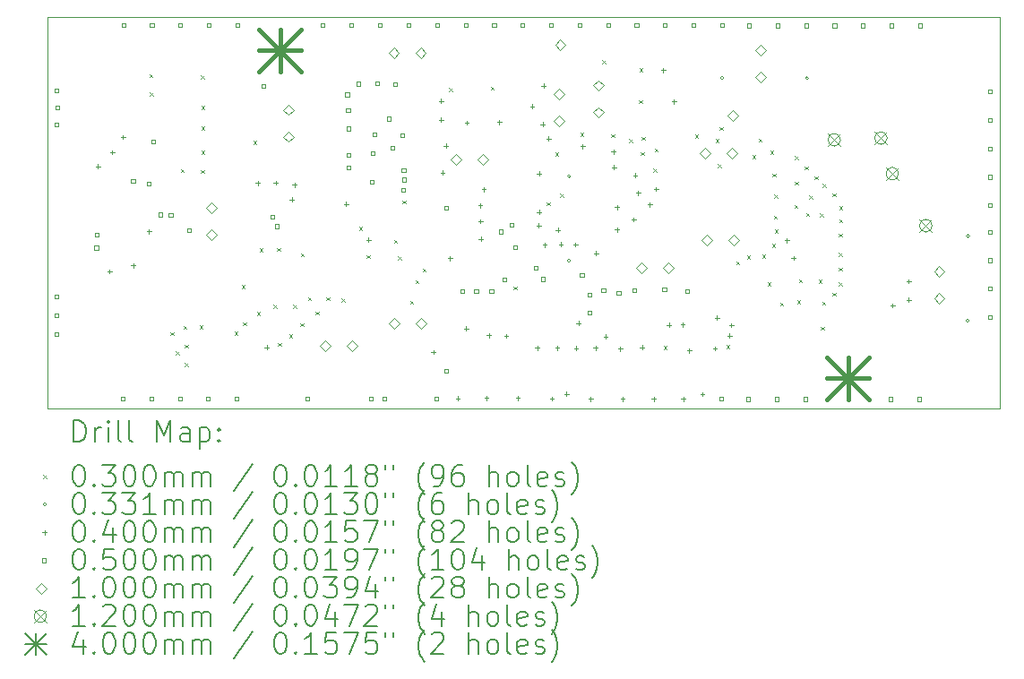
<source format=gbr>
%FSLAX45Y45*%
G04 Gerber Fmt 4.5, Leading zero omitted, Abs format (unit mm)*
G04 Created by KiCad (PCBNEW (6.0.4-0)) date 2022-05-05 07:44:57*
%MOMM*%
%LPD*%
G01*
G04 APERTURE LIST*
%TA.AperFunction,Profile*%
%ADD10C,0.100000*%
%TD*%
%ADD11C,0.200000*%
%ADD12C,0.030000*%
%ADD13C,0.033060*%
%ADD14C,0.040000*%
%ADD15C,0.050000*%
%ADD16C,0.100000*%
%ADD17C,0.120000*%
%ADD18C,0.400000*%
G04 APERTURE END LIST*
D10*
X8000000Y-9300000D02*
X8000000Y-5600000D01*
X17000000Y-5600000D02*
X17000000Y-9300000D01*
X17000000Y-9300000D02*
X8000000Y-9300000D01*
X8000000Y-5600000D02*
X17000000Y-5600000D01*
D11*
D12*
X8967000Y-6140000D02*
X8997000Y-6170000D01*
X8997000Y-6140000D02*
X8967000Y-6170000D01*
X8971000Y-6317000D02*
X9001000Y-6347000D01*
X9001000Y-6317000D02*
X8971000Y-6347000D01*
X9166000Y-8579000D02*
X9196000Y-8609000D01*
X9196000Y-8579000D02*
X9166000Y-8609000D01*
X9215000Y-8763000D02*
X9245000Y-8793000D01*
X9245000Y-8763000D02*
X9215000Y-8793000D01*
X9262000Y-7040000D02*
X9292000Y-7070000D01*
X9292000Y-7040000D02*
X9262000Y-7070000D01*
X9286000Y-8519000D02*
X9316000Y-8549000D01*
X9316000Y-8519000D02*
X9286000Y-8549000D01*
X9299000Y-8873000D02*
X9329000Y-8903000D01*
X9329000Y-8873000D02*
X9299000Y-8903000D01*
X9300000Y-8697000D02*
X9330000Y-8727000D01*
X9330000Y-8697000D02*
X9300000Y-8727000D01*
X9442000Y-8516000D02*
X9472000Y-8546000D01*
X9472000Y-8516000D02*
X9442000Y-8546000D01*
X9452216Y-7047990D02*
X9482216Y-7077990D01*
X9482216Y-7047990D02*
X9452216Y-7077990D01*
X9455000Y-6154000D02*
X9485000Y-6184000D01*
X9485000Y-6154000D02*
X9455000Y-6184000D01*
X9457000Y-6865000D02*
X9487000Y-6895000D01*
X9487000Y-6865000D02*
X9457000Y-6895000D01*
X9457233Y-6441999D02*
X9487233Y-6471999D01*
X9487233Y-6441999D02*
X9457233Y-6471999D01*
X9459000Y-6638000D02*
X9489000Y-6668000D01*
X9489000Y-6638000D02*
X9459000Y-6668000D01*
X9770000Y-8574000D02*
X9800000Y-8604000D01*
X9800000Y-8574000D02*
X9770000Y-8604000D01*
X9840000Y-8136000D02*
X9870000Y-8166000D01*
X9870000Y-8136000D02*
X9840000Y-8166000D01*
X9849000Y-8488000D02*
X9879000Y-8518000D01*
X9879000Y-8488000D02*
X9849000Y-8518000D01*
X9949964Y-6772029D02*
X9979964Y-6802029D01*
X9979964Y-6772029D02*
X9949964Y-6802029D01*
X9984000Y-8391000D02*
X10014000Y-8421000D01*
X10014000Y-8391000D02*
X9984000Y-8421000D01*
X10007000Y-7786000D02*
X10037000Y-7816000D01*
X10037000Y-7786000D02*
X10007000Y-7816000D01*
X10140000Y-8322000D02*
X10170000Y-8352000D01*
X10170000Y-8322000D02*
X10140000Y-8352000D01*
X10172982Y-7782352D02*
X10202982Y-7812352D01*
X10202982Y-7782352D02*
X10172982Y-7812352D01*
X10182000Y-8681000D02*
X10212000Y-8711000D01*
X10212000Y-8681000D02*
X10182000Y-8711000D01*
X10287000Y-8601000D02*
X10317000Y-8631000D01*
X10317000Y-8601000D02*
X10287000Y-8631000D01*
X10326000Y-8323000D02*
X10356000Y-8353000D01*
X10356000Y-8323000D02*
X10326000Y-8353000D01*
X10393000Y-8495000D02*
X10423000Y-8525000D01*
X10423000Y-8495000D02*
X10393000Y-8525000D01*
X10397000Y-7833000D02*
X10427000Y-7863000D01*
X10427000Y-7833000D02*
X10397000Y-7863000D01*
X10463000Y-8249000D02*
X10493000Y-8279000D01*
X10493000Y-8249000D02*
X10463000Y-8279000D01*
X10537000Y-8384000D02*
X10567000Y-8414000D01*
X10567000Y-8384000D02*
X10537000Y-8414000D01*
X10639000Y-8250000D02*
X10669000Y-8280000D01*
X10669000Y-8250000D02*
X10639000Y-8280000D01*
X10781000Y-8260000D02*
X10811000Y-8290000D01*
X10811000Y-8260000D02*
X10781000Y-8290000D01*
X10947000Y-7585000D02*
X10977000Y-7615000D01*
X10977000Y-7585000D02*
X10947000Y-7615000D01*
X11020000Y-7851000D02*
X11050000Y-7881000D01*
X11050000Y-7851000D02*
X11020000Y-7881000D01*
X11279000Y-7708000D02*
X11309000Y-7738000D01*
X11309000Y-7708000D02*
X11279000Y-7738000D01*
X11317000Y-7863000D02*
X11347000Y-7893000D01*
X11347000Y-7863000D02*
X11317000Y-7893000D01*
X11356000Y-7334000D02*
X11386000Y-7364000D01*
X11386000Y-7334000D02*
X11356000Y-7364000D01*
X11430000Y-8284000D02*
X11460000Y-8314000D01*
X11460000Y-8284000D02*
X11430000Y-8314000D01*
X11480845Y-8089289D02*
X11510845Y-8119289D01*
X11510845Y-8089289D02*
X11480845Y-8119289D01*
X11549000Y-7978000D02*
X11579000Y-8008000D01*
X11579000Y-7978000D02*
X11549000Y-8008000D01*
X11796000Y-6273000D02*
X11826000Y-6303000D01*
X11826000Y-6273000D02*
X11796000Y-6303000D01*
X12191000Y-6259000D02*
X12221000Y-6289000D01*
X12221000Y-6259000D02*
X12191000Y-6289000D01*
X12409000Y-8146000D02*
X12439000Y-8176000D01*
X12439000Y-8146000D02*
X12409000Y-8176000D01*
X12719000Y-7353000D02*
X12749000Y-7383000D01*
X12749000Y-7353000D02*
X12719000Y-7383000D01*
X12800000Y-6881000D02*
X12830000Y-6911000D01*
X12830000Y-6881000D02*
X12800000Y-6911000D01*
X12846000Y-7273000D02*
X12876000Y-7303000D01*
X12876000Y-7273000D02*
X12846000Y-7303000D01*
X13039000Y-6696000D02*
X13069000Y-6726000D01*
X13069000Y-6696000D02*
X13039000Y-6726000D01*
X13245000Y-6012000D02*
X13275000Y-6042000D01*
X13275000Y-6012000D02*
X13245000Y-6042000D01*
X13329000Y-6709000D02*
X13359000Y-6739000D01*
X13359000Y-6709000D02*
X13329000Y-6739000D01*
X13501000Y-6754000D02*
X13531000Y-6784000D01*
X13531000Y-6754000D02*
X13501000Y-6784000D01*
X13595000Y-6385000D02*
X13625000Y-6415000D01*
X13625000Y-6385000D02*
X13595000Y-6415000D01*
X13598337Y-6088002D02*
X13628337Y-6118002D01*
X13628337Y-6088002D02*
X13598337Y-6118002D01*
X13610000Y-6877000D02*
X13640000Y-6907000D01*
X13640000Y-6877000D02*
X13610000Y-6907000D01*
X13619000Y-6733000D02*
X13649000Y-6763000D01*
X13649000Y-6733000D02*
X13619000Y-6763000D01*
X13727500Y-7034500D02*
X13757500Y-7064500D01*
X13757500Y-7034500D02*
X13727500Y-7064500D01*
X13743000Y-6844000D02*
X13773000Y-6874000D01*
X13773000Y-6844000D02*
X13743000Y-6874000D01*
X13827000Y-8710000D02*
X13857000Y-8740000D01*
X13857000Y-8710000D02*
X13827000Y-8740000D01*
X14124000Y-6711000D02*
X14154000Y-6741000D01*
X14154000Y-6711000D02*
X14124000Y-6741000D01*
X14317000Y-6754000D02*
X14347000Y-6784000D01*
X14347000Y-6754000D02*
X14317000Y-6784000D01*
X14336000Y-6990000D02*
X14366000Y-7020000D01*
X14366000Y-6990000D02*
X14336000Y-7020000D01*
X14355000Y-6642000D02*
X14385000Y-6672000D01*
X14385000Y-6642000D02*
X14355000Y-6672000D01*
X14417000Y-8704000D02*
X14447000Y-8734000D01*
X14447000Y-8704000D02*
X14417000Y-8734000D01*
X14510000Y-7910000D02*
X14540000Y-7940000D01*
X14540000Y-7910000D02*
X14510000Y-7940000D01*
X14614000Y-7855000D02*
X14644000Y-7885000D01*
X14644000Y-7855000D02*
X14614000Y-7885000D01*
X14666000Y-6906000D02*
X14696000Y-6936000D01*
X14696000Y-6906000D02*
X14666000Y-6936000D01*
X14724000Y-6752000D02*
X14754000Y-6782000D01*
X14754000Y-6752000D02*
X14724000Y-6782000D01*
X14756000Y-7846000D02*
X14786000Y-7876000D01*
X14786000Y-7846000D02*
X14756000Y-7876000D01*
X14809408Y-8110390D02*
X14839408Y-8140390D01*
X14839408Y-8110390D02*
X14809408Y-8140390D01*
X14832422Y-6864553D02*
X14862422Y-6894553D01*
X14862422Y-6864553D02*
X14832422Y-6894553D01*
X14849000Y-7745000D02*
X14879000Y-7775000D01*
X14879000Y-7745000D02*
X14849000Y-7775000D01*
X14854000Y-7082000D02*
X14884000Y-7112000D01*
X14884000Y-7082000D02*
X14854000Y-7112000D01*
X14868000Y-7480000D02*
X14898000Y-7510000D01*
X14898000Y-7480000D02*
X14868000Y-7510000D01*
X14872000Y-7282000D02*
X14902000Y-7312000D01*
X14902000Y-7282000D02*
X14872000Y-7312000D01*
X14874000Y-7612000D02*
X14904000Y-7642000D01*
X14904000Y-7612000D02*
X14874000Y-7642000D01*
X14927000Y-8299000D02*
X14957000Y-8329000D01*
X14957000Y-8299000D02*
X14927000Y-8329000D01*
X15062000Y-7377000D02*
X15092000Y-7407000D01*
X15092000Y-7377000D02*
X15062000Y-7407000D01*
X15065000Y-6918000D02*
X15095000Y-6948000D01*
X15095000Y-6918000D02*
X15065000Y-6948000D01*
X15065000Y-7159000D02*
X15095000Y-7189000D01*
X15095000Y-7159000D02*
X15065000Y-7189000D01*
X15088000Y-8277000D02*
X15118000Y-8307000D01*
X15118000Y-8277000D02*
X15088000Y-8307000D01*
X15106000Y-8080000D02*
X15136000Y-8110000D01*
X15136000Y-8080000D02*
X15106000Y-8110000D01*
X15160000Y-7013000D02*
X15190000Y-7043000D01*
X15190000Y-7013000D02*
X15160000Y-7043000D01*
X15172000Y-7453000D02*
X15202000Y-7483000D01*
X15202000Y-7453000D02*
X15172000Y-7483000D01*
X15200000Y-7290000D02*
X15230000Y-7320000D01*
X15230000Y-7290000D02*
X15200000Y-7320000D01*
X15252000Y-7106000D02*
X15282000Y-7136000D01*
X15282000Y-7106000D02*
X15252000Y-7136000D01*
X15291000Y-8083000D02*
X15321000Y-8113000D01*
X15321000Y-8083000D02*
X15291000Y-8113000D01*
X15302000Y-7457000D02*
X15332000Y-7487000D01*
X15332000Y-7457000D02*
X15302000Y-7487000D01*
X15314000Y-8530000D02*
X15344000Y-8560000D01*
X15344000Y-8530000D02*
X15314000Y-8560000D01*
X15325000Y-8290000D02*
X15355000Y-8320000D01*
X15355000Y-8290000D02*
X15325000Y-8320000D01*
X15330000Y-7178000D02*
X15360000Y-7208000D01*
X15360000Y-7178000D02*
X15330000Y-7208000D01*
X15419803Y-8206252D02*
X15449803Y-8236252D01*
X15449803Y-8206252D02*
X15419803Y-8236252D01*
X15424000Y-7269000D02*
X15454000Y-7299000D01*
X15454000Y-7269000D02*
X15424000Y-7299000D01*
X15479000Y-8109000D02*
X15509000Y-8139000D01*
X15509000Y-8109000D02*
X15479000Y-8139000D01*
X15481000Y-7647000D02*
X15511000Y-7677000D01*
X15511000Y-7647000D02*
X15481000Y-7677000D01*
X15481000Y-7832000D02*
X15511000Y-7862000D01*
X15511000Y-7832000D02*
X15481000Y-7862000D01*
X15481000Y-7970000D02*
X15511000Y-8000000D01*
X15511000Y-7970000D02*
X15481000Y-8000000D01*
X15486000Y-7388000D02*
X15516000Y-7418000D01*
X15516000Y-7388000D02*
X15486000Y-7418000D01*
X15486000Y-7512000D02*
X15516000Y-7542000D01*
X15516000Y-7512000D02*
X15486000Y-7542000D01*
D13*
X12948530Y-7106000D02*
G75*
G03*
X12948530Y-7106000I-16530J0D01*
G01*
X12948530Y-7906000D02*
G75*
G03*
X12948530Y-7906000I-16530J0D01*
G01*
X14396530Y-6179000D02*
G75*
G03*
X14396530Y-6179000I-16530J0D01*
G01*
X15196530Y-6179000D02*
G75*
G03*
X15196530Y-6179000I-16530J0D01*
G01*
X16717530Y-7673000D02*
G75*
G03*
X16717530Y-7673000I-16530J0D01*
G01*
X16717530Y-8473000D02*
G75*
G03*
X16717530Y-8473000I-16530J0D01*
G01*
D14*
X8481000Y-6993000D02*
X8481000Y-7033000D01*
X8461000Y-7013000D02*
X8501000Y-7013000D01*
X8591000Y-7985000D02*
X8591000Y-8025000D01*
X8571000Y-8005000D02*
X8611000Y-8005000D01*
X8616000Y-6861000D02*
X8616000Y-6901000D01*
X8596000Y-6881000D02*
X8636000Y-6881000D01*
X8716000Y-6715000D02*
X8716000Y-6755000D01*
X8696000Y-6735000D02*
X8736000Y-6735000D01*
X8813000Y-7931000D02*
X8813000Y-7971000D01*
X8793000Y-7951000D02*
X8833000Y-7951000D01*
X8961762Y-7608682D02*
X8961762Y-7648682D01*
X8941762Y-7628682D02*
X8981762Y-7628682D01*
X9989351Y-7149712D02*
X9989351Y-7189712D01*
X9969351Y-7169712D02*
X10009351Y-7169712D01*
X10075000Y-8704000D02*
X10075000Y-8744000D01*
X10055000Y-8724000D02*
X10095000Y-8724000D01*
X10160000Y-7147000D02*
X10160000Y-7187000D01*
X10140000Y-7167000D02*
X10180000Y-7167000D01*
X10311000Y-7307000D02*
X10311000Y-7347000D01*
X10291000Y-7327000D02*
X10331000Y-7327000D01*
X10338000Y-7168000D02*
X10338000Y-7208000D01*
X10318000Y-7188000D02*
X10358000Y-7188000D01*
X10824000Y-7349000D02*
X10824000Y-7389000D01*
X10804000Y-7369000D02*
X10844000Y-7369000D01*
X11036000Y-7688000D02*
X11036000Y-7728000D01*
X11016000Y-7708000D02*
X11056000Y-7708000D01*
X11649000Y-8748000D02*
X11649000Y-8788000D01*
X11629000Y-8768000D02*
X11669000Y-8768000D01*
X11724000Y-6374000D02*
X11724000Y-6414000D01*
X11704000Y-6394000D02*
X11744000Y-6394000D01*
X11724000Y-6552000D02*
X11724000Y-6592000D01*
X11704000Y-6572000D02*
X11744000Y-6572000D01*
X11737000Y-7052000D02*
X11737000Y-7092000D01*
X11717000Y-7072000D02*
X11757000Y-7072000D01*
X11769142Y-6797935D02*
X11769142Y-6837935D01*
X11749142Y-6817935D02*
X11789142Y-6817935D01*
X11806000Y-7863000D02*
X11806000Y-7903000D01*
X11786000Y-7883000D02*
X11826000Y-7883000D01*
X11880000Y-9187000D02*
X11880000Y-9227000D01*
X11860000Y-9207000D02*
X11900000Y-9207000D01*
X11959000Y-8524000D02*
X11959000Y-8564000D01*
X11939000Y-8544000D02*
X11979000Y-8544000D01*
X11965000Y-6580000D02*
X11965000Y-6620000D01*
X11945000Y-6600000D02*
X11985000Y-6600000D01*
X12092000Y-7361000D02*
X12092000Y-7401000D01*
X12072000Y-7381000D02*
X12112000Y-7381000D01*
X12095000Y-7513000D02*
X12095000Y-7553000D01*
X12075000Y-7533000D02*
X12115000Y-7533000D01*
X12098000Y-7678000D02*
X12098000Y-7718000D01*
X12078000Y-7698000D02*
X12118000Y-7698000D01*
X12127000Y-7209000D02*
X12127000Y-7249000D01*
X12107000Y-7229000D02*
X12147000Y-7229000D01*
X12153000Y-9182000D02*
X12153000Y-9222000D01*
X12133000Y-9202000D02*
X12173000Y-9202000D01*
X12176000Y-8591000D02*
X12176000Y-8631000D01*
X12156000Y-8611000D02*
X12196000Y-8611000D01*
X12272000Y-6575000D02*
X12272000Y-6615000D01*
X12252000Y-6595000D02*
X12292000Y-6595000D01*
X12339000Y-8595000D02*
X12339000Y-8635000D01*
X12319000Y-8615000D02*
X12359000Y-8615000D01*
X12449000Y-9184000D02*
X12449000Y-9224000D01*
X12429000Y-9204000D02*
X12469000Y-9204000D01*
X12583000Y-6426000D02*
X12583000Y-6466000D01*
X12563000Y-6446000D02*
X12603000Y-6446000D01*
X12632000Y-8710000D02*
X12632000Y-8750000D01*
X12612000Y-8730000D02*
X12652000Y-8730000D01*
X12645000Y-7552000D02*
X12645000Y-7592000D01*
X12625000Y-7572000D02*
X12665000Y-7572000D01*
X12649000Y-7060000D02*
X12649000Y-7100000D01*
X12629000Y-7080000D02*
X12669000Y-7080000D01*
X12649000Y-7426000D02*
X12649000Y-7466000D01*
X12629000Y-7446000D02*
X12669000Y-7446000D01*
X12683000Y-6594000D02*
X12683000Y-6634000D01*
X12663000Y-6614000D02*
X12703000Y-6614000D01*
X12690799Y-6232342D02*
X12690799Y-6272342D01*
X12670799Y-6252342D02*
X12710799Y-6252342D01*
X12703000Y-7734000D02*
X12703000Y-7774000D01*
X12683000Y-7754000D02*
X12723000Y-7754000D01*
X12740000Y-6729000D02*
X12740000Y-6769000D01*
X12720000Y-6749000D02*
X12760000Y-6749000D01*
X12770000Y-9188000D02*
X12770000Y-9228000D01*
X12750000Y-9208000D02*
X12790000Y-9208000D01*
X12821000Y-8710000D02*
X12821000Y-8750000D01*
X12801000Y-8730000D02*
X12841000Y-8730000D01*
X12827000Y-7594000D02*
X12827000Y-7634000D01*
X12807000Y-7614000D02*
X12847000Y-7614000D01*
X12854000Y-7728000D02*
X12854000Y-7768000D01*
X12834000Y-7748000D02*
X12874000Y-7748000D01*
X12909000Y-9144000D02*
X12909000Y-9184000D01*
X12889000Y-9164000D02*
X12929000Y-9164000D01*
X12992000Y-7732000D02*
X12992000Y-7772000D01*
X12972000Y-7752000D02*
X13012000Y-7752000D01*
X12999000Y-8711000D02*
X12999000Y-8751000D01*
X12979000Y-8731000D02*
X13019000Y-8731000D01*
X13021000Y-8473000D02*
X13021000Y-8513000D01*
X13001000Y-8493000D02*
X13041000Y-8493000D01*
X13059000Y-6803000D02*
X13059000Y-6843000D01*
X13039000Y-6823000D02*
X13079000Y-6823000D01*
X13137000Y-9190000D02*
X13137000Y-9230000D01*
X13117000Y-9210000D02*
X13157000Y-9210000D01*
X13182000Y-8707000D02*
X13182000Y-8747000D01*
X13162000Y-8727000D02*
X13202000Y-8727000D01*
X13188000Y-7814000D02*
X13188000Y-7854000D01*
X13168000Y-7834000D02*
X13208000Y-7834000D01*
X13279000Y-8603000D02*
X13279000Y-8643000D01*
X13259000Y-8623000D02*
X13299000Y-8623000D01*
X13350000Y-6855000D02*
X13350000Y-6895000D01*
X13330000Y-6875000D02*
X13370000Y-6875000D01*
X13356000Y-7001000D02*
X13356000Y-7041000D01*
X13336000Y-7021000D02*
X13376000Y-7021000D01*
X13385000Y-7590000D02*
X13385000Y-7630000D01*
X13365000Y-7610000D02*
X13405000Y-7610000D01*
X13386000Y-7379000D02*
X13386000Y-7419000D01*
X13366000Y-7399000D02*
X13406000Y-7399000D01*
X13415000Y-8718000D02*
X13415000Y-8758000D01*
X13395000Y-8738000D02*
X13435000Y-8738000D01*
X13438000Y-9192000D02*
X13438000Y-9232000D01*
X13418000Y-9212000D02*
X13458000Y-9212000D01*
X13543000Y-7494000D02*
X13543000Y-7534000D01*
X13523000Y-7514000D02*
X13563000Y-7514000D01*
X13557000Y-7079000D02*
X13557000Y-7119000D01*
X13537000Y-7099000D02*
X13577000Y-7099000D01*
X13586000Y-7245000D02*
X13586000Y-7285000D01*
X13566000Y-7265000D02*
X13606000Y-7265000D01*
X13621000Y-8703000D02*
X13621000Y-8743000D01*
X13601000Y-8723000D02*
X13641000Y-8723000D01*
X13696507Y-7353562D02*
X13696507Y-7393562D01*
X13676507Y-7373562D02*
X13716507Y-7373562D01*
X13732000Y-9192000D02*
X13732000Y-9232000D01*
X13712000Y-9212000D02*
X13752000Y-9212000D01*
X13755000Y-7208000D02*
X13755000Y-7248000D01*
X13735000Y-7228000D02*
X13775000Y-7228000D01*
X13824000Y-6083000D02*
X13824000Y-6123000D01*
X13804000Y-6103000D02*
X13844000Y-6103000D01*
X13876000Y-8490000D02*
X13876000Y-8530000D01*
X13856000Y-8510000D02*
X13896000Y-8510000D01*
X13923000Y-6380000D02*
X13923000Y-6420000D01*
X13903000Y-6400000D02*
X13943000Y-6400000D01*
X14006000Y-8487000D02*
X14006000Y-8527000D01*
X13986000Y-8507000D02*
X14026000Y-8507000D01*
X14012000Y-9192000D02*
X14012000Y-9232000D01*
X13992000Y-9212000D02*
X14032000Y-9212000D01*
X14067000Y-8734000D02*
X14067000Y-8774000D01*
X14047000Y-8754000D02*
X14087000Y-8754000D01*
X14192000Y-9147000D02*
X14192000Y-9187000D01*
X14172000Y-9167000D02*
X14212000Y-9167000D01*
X14310000Y-8715000D02*
X14310000Y-8755000D01*
X14290000Y-8735000D02*
X14330000Y-8735000D01*
X14329500Y-8423500D02*
X14329500Y-8463500D01*
X14309500Y-8443500D02*
X14349500Y-8443500D01*
X14449000Y-8593000D02*
X14449000Y-8633000D01*
X14429000Y-8613000D02*
X14469000Y-8613000D01*
X14466000Y-8494000D02*
X14466000Y-8534000D01*
X14446000Y-8514000D02*
X14486000Y-8514000D01*
X14990000Y-7693000D02*
X14990000Y-7733000D01*
X14970000Y-7713000D02*
X15010000Y-7713000D01*
X15052000Y-7859000D02*
X15052000Y-7899000D01*
X15032000Y-7879000D02*
X15072000Y-7879000D01*
X15991000Y-8309000D02*
X15991000Y-8349000D01*
X15971000Y-8329000D02*
X16011000Y-8329000D01*
X16142000Y-8080000D02*
X16142000Y-8120000D01*
X16122000Y-8100000D02*
X16162000Y-8100000D01*
X16143000Y-8253000D02*
X16143000Y-8293000D01*
X16123000Y-8273000D02*
X16163000Y-8273000D01*
D15*
X8104678Y-6310678D02*
X8104678Y-6275322D01*
X8069322Y-6275322D01*
X8069322Y-6310678D01*
X8104678Y-6310678D01*
X8104678Y-6638678D02*
X8104678Y-6603322D01*
X8069322Y-6603322D01*
X8069322Y-6638678D01*
X8104678Y-6638678D01*
X8104678Y-8258678D02*
X8104678Y-8223322D01*
X8069322Y-8223322D01*
X8069322Y-8258678D01*
X8104678Y-8258678D01*
X8104678Y-8438678D02*
X8104678Y-8403322D01*
X8069322Y-8403322D01*
X8069322Y-8438678D01*
X8104678Y-8438678D01*
X8104678Y-8613678D02*
X8104678Y-8578322D01*
X8069322Y-8578322D01*
X8069322Y-8613678D01*
X8104678Y-8613678D01*
X8110678Y-6474678D02*
X8110678Y-6439322D01*
X8075322Y-6439322D01*
X8075322Y-6474678D01*
X8110678Y-6474678D01*
X8482678Y-7799678D02*
X8482678Y-7764322D01*
X8447322Y-7764322D01*
X8447322Y-7799678D01*
X8482678Y-7799678D01*
X8483678Y-7678678D02*
X8483678Y-7643322D01*
X8448322Y-7643322D01*
X8448322Y-7678678D01*
X8483678Y-7678678D01*
X8732078Y-9227678D02*
X8732078Y-9192322D01*
X8696722Y-9192322D01*
X8696722Y-9227678D01*
X8732078Y-9227678D01*
X8738678Y-5697678D02*
X8738678Y-5662322D01*
X8703322Y-5662322D01*
X8703322Y-5697678D01*
X8738678Y-5697678D01*
X8828678Y-7166678D02*
X8828678Y-7131322D01*
X8793322Y-7131322D01*
X8793322Y-7166678D01*
X8828678Y-7166678D01*
X8980678Y-7191678D02*
X8980678Y-7156322D01*
X8945322Y-7156322D01*
X8945322Y-7191678D01*
X8980678Y-7191678D01*
X9001278Y-9227678D02*
X9001278Y-9192322D01*
X8965922Y-9192322D01*
X8965922Y-9227678D01*
X9001278Y-9227678D01*
X9007878Y-5697678D02*
X9007878Y-5662322D01*
X8972522Y-5662322D01*
X8972522Y-5697678D01*
X9007878Y-5697678D01*
X9022678Y-6796678D02*
X9022678Y-6761322D01*
X8987322Y-6761322D01*
X8987322Y-6796678D01*
X9022678Y-6796678D01*
X9085678Y-7485678D02*
X9085678Y-7450322D01*
X9050322Y-7450322D01*
X9050322Y-7485678D01*
X9085678Y-7485678D01*
X9185678Y-7488678D02*
X9185678Y-7453322D01*
X9150322Y-7453322D01*
X9150322Y-7488678D01*
X9185678Y-7488678D01*
X9270478Y-9227678D02*
X9270478Y-9192322D01*
X9235122Y-9192322D01*
X9235122Y-9227678D01*
X9270478Y-9227678D01*
X9277078Y-5697678D02*
X9277078Y-5662322D01*
X9241722Y-5662322D01*
X9241722Y-5697678D01*
X9277078Y-5697678D01*
X9356350Y-7634550D02*
X9356350Y-7599194D01*
X9320995Y-7599194D01*
X9320995Y-7634550D01*
X9356350Y-7634550D01*
X9539678Y-9227678D02*
X9539678Y-9192322D01*
X9504322Y-9192322D01*
X9504322Y-9227678D01*
X9539678Y-9227678D01*
X9546278Y-5697678D02*
X9546278Y-5662322D01*
X9510922Y-5662322D01*
X9510922Y-5697678D01*
X9546278Y-5697678D01*
X9808878Y-9227678D02*
X9808878Y-9192322D01*
X9773522Y-9192322D01*
X9773522Y-9227678D01*
X9808878Y-9227678D01*
X9815478Y-5697678D02*
X9815478Y-5662322D01*
X9780122Y-5662322D01*
X9780122Y-5697678D01*
X9815478Y-5697678D01*
X10064154Y-6271062D02*
X10064154Y-6235706D01*
X10028798Y-6235706D01*
X10028798Y-6271062D01*
X10064154Y-6271062D01*
X10148678Y-7504678D02*
X10148678Y-7469322D01*
X10113322Y-7469322D01*
X10113322Y-7504678D01*
X10148678Y-7504678D01*
X10190678Y-7595678D02*
X10190678Y-7560322D01*
X10155322Y-7560322D01*
X10155322Y-7595678D01*
X10190678Y-7595678D01*
X10475678Y-9227678D02*
X10475678Y-9192322D01*
X10440322Y-9192322D01*
X10440322Y-9227678D01*
X10475678Y-9227678D01*
X10623078Y-5697678D02*
X10623078Y-5662322D01*
X10587722Y-5662322D01*
X10587722Y-5697678D01*
X10623078Y-5697678D01*
X10852678Y-6351678D02*
X10852678Y-6316322D01*
X10817322Y-6316322D01*
X10817322Y-6351678D01*
X10852678Y-6351678D01*
X10860678Y-6497678D02*
X10860678Y-6462322D01*
X10825322Y-6462322D01*
X10825322Y-6497678D01*
X10860678Y-6497678D01*
X10865678Y-6672678D02*
X10865678Y-6637322D01*
X10830322Y-6637322D01*
X10830322Y-6672678D01*
X10865678Y-6672678D01*
X10868678Y-6925678D02*
X10868678Y-6890322D01*
X10833322Y-6890322D01*
X10833322Y-6925678D01*
X10868678Y-6925678D01*
X10868678Y-7044678D02*
X10868678Y-7009322D01*
X10833322Y-7009322D01*
X10833322Y-7044678D01*
X10868678Y-7044678D01*
X10892278Y-5697678D02*
X10892278Y-5662322D01*
X10856922Y-5662322D01*
X10856922Y-5697678D01*
X10892278Y-5697678D01*
X10958678Y-6250678D02*
X10958678Y-6215322D01*
X10923322Y-6215322D01*
X10923322Y-6250678D01*
X10958678Y-6250678D01*
X11074678Y-9227678D02*
X11074678Y-9192322D01*
X11039322Y-9192322D01*
X11039322Y-9227678D01*
X11074678Y-9227678D01*
X11083678Y-7175678D02*
X11083678Y-7140322D01*
X11048322Y-7140322D01*
X11048322Y-7175678D01*
X11083678Y-7175678D01*
X11094678Y-6909678D02*
X11094678Y-6874322D01*
X11059322Y-6874322D01*
X11059322Y-6909678D01*
X11094678Y-6909678D01*
X11110678Y-6726678D02*
X11110678Y-6691322D01*
X11075322Y-6691322D01*
X11075322Y-6726678D01*
X11110678Y-6726678D01*
X11136678Y-6247678D02*
X11136678Y-6212322D01*
X11101322Y-6212322D01*
X11101322Y-6247678D01*
X11136678Y-6247678D01*
X11161478Y-5697678D02*
X11161478Y-5662322D01*
X11126122Y-5662322D01*
X11126122Y-5697678D01*
X11161478Y-5697678D01*
X11203678Y-9227678D02*
X11203678Y-9192322D01*
X11168322Y-9192322D01*
X11168322Y-9227678D01*
X11203678Y-9227678D01*
X11244011Y-6581004D02*
X11244011Y-6545649D01*
X11208656Y-6545649D01*
X11208656Y-6581004D01*
X11244011Y-6581004D01*
X11277678Y-6858678D02*
X11277678Y-6823322D01*
X11242322Y-6823322D01*
X11242322Y-6858678D01*
X11277678Y-6858678D01*
X11304607Y-6250828D02*
X11304607Y-6215472D01*
X11269251Y-6215472D01*
X11269251Y-6250828D01*
X11304607Y-6250828D01*
X11375678Y-6739678D02*
X11375678Y-6704322D01*
X11340322Y-6704322D01*
X11340322Y-6739678D01*
X11375678Y-6739678D01*
X11383678Y-7252678D02*
X11383678Y-7217322D01*
X11348322Y-7217322D01*
X11348322Y-7252678D01*
X11383678Y-7252678D01*
X11386678Y-7063678D02*
X11386678Y-7028322D01*
X11351322Y-7028322D01*
X11351322Y-7063678D01*
X11386678Y-7063678D01*
X11390678Y-7155678D02*
X11390678Y-7120322D01*
X11355322Y-7120322D01*
X11355322Y-7155678D01*
X11390678Y-7155678D01*
X11430678Y-5697678D02*
X11430678Y-5662322D01*
X11395322Y-5662322D01*
X11395322Y-5697678D01*
X11430678Y-5697678D01*
X11696878Y-9226678D02*
X11696878Y-9191322D01*
X11661522Y-9191322D01*
X11661522Y-9226678D01*
X11696878Y-9226678D01*
X11703478Y-5696678D02*
X11703478Y-5661322D01*
X11668122Y-5661322D01*
X11668122Y-5696678D01*
X11703478Y-5696678D01*
X11785678Y-8961678D02*
X11785678Y-8926322D01*
X11750322Y-8926322D01*
X11750322Y-8961678D01*
X11785678Y-8961678D01*
X11789678Y-7425678D02*
X11789678Y-7390322D01*
X11754322Y-7390322D01*
X11754322Y-7425678D01*
X11789678Y-7425678D01*
X11943678Y-8210678D02*
X11943678Y-8175322D01*
X11908322Y-8175322D01*
X11908322Y-8210678D01*
X11943678Y-8210678D01*
X11972678Y-5696678D02*
X11972678Y-5661322D01*
X11937322Y-5661322D01*
X11937322Y-5696678D01*
X11972678Y-5696678D01*
X12072678Y-8210678D02*
X12072678Y-8175322D01*
X12037322Y-8175322D01*
X12037322Y-8210678D01*
X12072678Y-8210678D01*
X12216678Y-8207678D02*
X12216678Y-8172322D01*
X12181322Y-8172322D01*
X12181322Y-8207678D01*
X12216678Y-8207678D01*
X12241878Y-5696678D02*
X12241878Y-5661322D01*
X12206522Y-5661322D01*
X12206522Y-5696678D01*
X12241878Y-5696678D01*
X12303678Y-7647678D02*
X12303678Y-7612322D01*
X12268322Y-7612322D01*
X12268322Y-7647678D01*
X12303678Y-7647678D01*
X12339678Y-8101678D02*
X12339678Y-8066322D01*
X12304322Y-8066322D01*
X12304322Y-8101678D01*
X12339678Y-8101678D01*
X12405687Y-7586678D02*
X12405687Y-7551322D01*
X12370331Y-7551322D01*
X12370331Y-7586678D01*
X12405687Y-7586678D01*
X12438492Y-7793864D02*
X12438492Y-7758508D01*
X12403136Y-7758508D01*
X12403136Y-7793864D01*
X12438492Y-7793864D01*
X12511078Y-5696678D02*
X12511078Y-5661322D01*
X12475722Y-5661322D01*
X12475722Y-5696678D01*
X12511078Y-5696678D01*
X12633992Y-7989364D02*
X12633992Y-7954008D01*
X12598636Y-7954008D01*
X12598636Y-7989364D01*
X12633992Y-7989364D01*
X12700426Y-8096229D02*
X12700426Y-8060873D01*
X12665070Y-8060873D01*
X12665070Y-8096229D01*
X12700426Y-8096229D01*
X12780278Y-5696678D02*
X12780278Y-5661322D01*
X12744922Y-5661322D01*
X12744922Y-5696678D01*
X12780278Y-5696678D01*
X13049478Y-5696678D02*
X13049478Y-5661322D01*
X13014122Y-5661322D01*
X13014122Y-5696678D01*
X13049478Y-5696678D01*
X13071678Y-8054678D02*
X13071678Y-8019322D01*
X13036322Y-8019322D01*
X13036322Y-8054678D01*
X13071678Y-8054678D01*
X13141678Y-8415678D02*
X13141678Y-8380322D01*
X13106322Y-8380322D01*
X13106322Y-8415678D01*
X13141678Y-8415678D01*
X13144678Y-8245678D02*
X13144678Y-8210322D01*
X13109322Y-8210322D01*
X13109322Y-8245678D01*
X13144678Y-8245678D01*
X13273678Y-8198678D02*
X13273678Y-8163322D01*
X13238322Y-8163322D01*
X13238322Y-8198678D01*
X13273678Y-8198678D01*
X13318678Y-5696678D02*
X13318678Y-5661322D01*
X13283322Y-5661322D01*
X13283322Y-5696678D01*
X13318678Y-5696678D01*
X13418678Y-8223678D02*
X13418678Y-8188322D01*
X13383322Y-8188322D01*
X13383322Y-8223678D01*
X13418678Y-8223678D01*
X13568678Y-8198678D02*
X13568678Y-8163322D01*
X13533322Y-8163322D01*
X13533322Y-8198678D01*
X13568678Y-8198678D01*
X13587878Y-5696678D02*
X13587878Y-5661322D01*
X13552522Y-5661322D01*
X13552522Y-5696678D01*
X13587878Y-5696678D01*
X13849678Y-8192678D02*
X13849678Y-8157322D01*
X13814322Y-8157322D01*
X13814322Y-8192678D01*
X13849678Y-8192678D01*
X13857078Y-5696678D02*
X13857078Y-5661322D01*
X13821722Y-5661322D01*
X13821722Y-5696678D01*
X13857078Y-5696678D01*
X14065678Y-8212678D02*
X14065678Y-8177322D01*
X14030322Y-8177322D01*
X14030322Y-8212678D01*
X14065678Y-8212678D01*
X14126278Y-5696678D02*
X14126278Y-5661322D01*
X14090922Y-5661322D01*
X14090922Y-5696678D01*
X14126278Y-5696678D01*
X14388878Y-9226678D02*
X14388878Y-9191322D01*
X14353522Y-9191322D01*
X14353522Y-9226678D01*
X14388878Y-9226678D01*
X14395478Y-5696678D02*
X14395478Y-5661322D01*
X14360122Y-5661322D01*
X14360122Y-5696678D01*
X14395478Y-5696678D01*
X14644878Y-9229678D02*
X14644878Y-9194322D01*
X14609522Y-9194322D01*
X14609522Y-9229678D01*
X14644878Y-9229678D01*
X14651478Y-5699678D02*
X14651478Y-5664322D01*
X14616122Y-5664322D01*
X14616122Y-5699678D01*
X14651478Y-5699678D01*
X14914078Y-9229678D02*
X14914078Y-9194322D01*
X14878722Y-9194322D01*
X14878722Y-9229678D01*
X14914078Y-9229678D01*
X14920678Y-5699678D02*
X14920678Y-5664322D01*
X14885322Y-5664322D01*
X14885322Y-5699678D01*
X14920678Y-5699678D01*
X15183278Y-9229678D02*
X15183278Y-9194322D01*
X15147922Y-9194322D01*
X15147922Y-9229678D01*
X15183278Y-9229678D01*
X15189878Y-5699678D02*
X15189878Y-5664322D01*
X15154522Y-5664322D01*
X15154522Y-5699678D01*
X15189878Y-5699678D01*
X15459078Y-5699678D02*
X15459078Y-5664322D01*
X15423722Y-5664322D01*
X15423722Y-5699678D01*
X15459078Y-5699678D01*
X15728278Y-5699678D02*
X15728278Y-5664322D01*
X15692922Y-5664322D01*
X15692922Y-5699678D01*
X15728278Y-5699678D01*
X15990878Y-9229678D02*
X15990878Y-9194322D01*
X15955522Y-9194322D01*
X15955522Y-9229678D01*
X15990878Y-9229678D01*
X15997478Y-5699678D02*
X15997478Y-5664322D01*
X15962122Y-5664322D01*
X15962122Y-5699678D01*
X15997478Y-5699678D01*
X16260078Y-9229678D02*
X16260078Y-9194322D01*
X16224722Y-9194322D01*
X16224722Y-9229678D01*
X16260078Y-9229678D01*
X16266678Y-5699678D02*
X16266678Y-5664322D01*
X16231322Y-5664322D01*
X16231322Y-5699678D01*
X16266678Y-5699678D01*
X16928678Y-6322878D02*
X16928678Y-6287522D01*
X16893322Y-6287522D01*
X16893322Y-6322878D01*
X16928678Y-6322878D01*
X16928678Y-6592078D02*
X16928678Y-6556722D01*
X16893322Y-6556722D01*
X16893322Y-6592078D01*
X16928678Y-6592078D01*
X16928678Y-6861278D02*
X16928678Y-6825922D01*
X16893322Y-6825922D01*
X16893322Y-6861278D01*
X16928678Y-6861278D01*
X16928678Y-7130478D02*
X16928678Y-7095122D01*
X16893322Y-7095122D01*
X16893322Y-7130478D01*
X16928678Y-7130478D01*
X16928678Y-7399678D02*
X16928678Y-7364322D01*
X16893322Y-7364322D01*
X16893322Y-7399678D01*
X16928678Y-7399678D01*
X16928678Y-7648878D02*
X16928678Y-7613522D01*
X16893322Y-7613522D01*
X16893322Y-7648878D01*
X16928678Y-7648878D01*
X16928678Y-7918078D02*
X16928678Y-7882722D01*
X16893322Y-7882722D01*
X16893322Y-7918078D01*
X16928678Y-7918078D01*
X16928678Y-8187278D02*
X16928678Y-8151922D01*
X16893322Y-8151922D01*
X16893322Y-8187278D01*
X16928678Y-8187278D01*
X16928678Y-8456478D02*
X16928678Y-8421122D01*
X16893322Y-8421122D01*
X16893322Y-8456478D01*
X16928678Y-8456478D01*
D16*
X9551000Y-7453000D02*
X9601000Y-7403000D01*
X9551000Y-7353000D01*
X9501000Y-7403000D01*
X9551000Y-7453000D01*
X9551000Y-7707000D02*
X9601000Y-7657000D01*
X9551000Y-7607000D01*
X9501000Y-7657000D01*
X9551000Y-7707000D01*
X10280000Y-6528500D02*
X10330000Y-6478500D01*
X10280000Y-6428500D01*
X10230000Y-6478500D01*
X10280000Y-6528500D01*
X10280000Y-6782500D02*
X10330000Y-6732500D01*
X10280000Y-6682500D01*
X10230000Y-6732500D01*
X10280000Y-6782500D01*
X10628000Y-8756000D02*
X10678000Y-8706000D01*
X10628000Y-8656000D01*
X10578000Y-8706000D01*
X10628000Y-8756000D01*
X10882000Y-8756000D02*
X10932000Y-8706000D01*
X10882000Y-8656000D01*
X10832000Y-8706000D01*
X10882000Y-8756000D01*
X11276000Y-5993500D02*
X11326000Y-5943500D01*
X11276000Y-5893500D01*
X11226000Y-5943500D01*
X11276000Y-5993500D01*
X11282000Y-8550500D02*
X11332000Y-8500500D01*
X11282000Y-8450500D01*
X11232000Y-8500500D01*
X11282000Y-8550500D01*
X11530000Y-5993500D02*
X11580000Y-5943500D01*
X11530000Y-5893500D01*
X11480000Y-5943500D01*
X11530000Y-5993500D01*
X11536000Y-8550500D02*
X11586000Y-8500500D01*
X11536000Y-8450500D01*
X11486000Y-8500500D01*
X11536000Y-8550500D01*
X11865000Y-6997500D02*
X11915000Y-6947500D01*
X11865000Y-6897500D01*
X11815000Y-6947500D01*
X11865000Y-6997500D01*
X12119000Y-6997500D02*
X12169000Y-6947500D01*
X12119000Y-6897500D01*
X12069000Y-6947500D01*
X12119000Y-6997500D01*
X12841000Y-6381000D02*
X12891000Y-6331000D01*
X12841000Y-6281000D01*
X12791000Y-6331000D01*
X12841000Y-6381000D01*
X12841000Y-6635000D02*
X12891000Y-6585000D01*
X12841000Y-6535000D01*
X12791000Y-6585000D01*
X12841000Y-6635000D01*
X12850000Y-5914000D02*
X12900000Y-5864000D01*
X12850000Y-5814000D01*
X12800000Y-5864000D01*
X12850000Y-5914000D01*
X13208500Y-6299000D02*
X13258500Y-6249000D01*
X13208500Y-6199000D01*
X13158500Y-6249000D01*
X13208500Y-6299000D01*
X13208500Y-6553000D02*
X13258500Y-6503000D01*
X13208500Y-6453000D01*
X13158500Y-6503000D01*
X13208500Y-6553000D01*
X13614000Y-8025500D02*
X13664000Y-7975500D01*
X13614000Y-7925500D01*
X13564000Y-7975500D01*
X13614000Y-8025500D01*
X13868000Y-8025500D02*
X13918000Y-7975500D01*
X13868000Y-7925500D01*
X13818000Y-7975500D01*
X13868000Y-8025500D01*
X14217000Y-6938000D02*
X14267000Y-6888000D01*
X14217000Y-6838000D01*
X14167000Y-6888000D01*
X14217000Y-6938000D01*
X14236000Y-7763000D02*
X14286000Y-7713000D01*
X14236000Y-7663000D01*
X14186000Y-7713000D01*
X14236000Y-7763000D01*
X14471000Y-6938000D02*
X14521000Y-6888000D01*
X14471000Y-6838000D01*
X14421000Y-6888000D01*
X14471000Y-6938000D01*
X14477000Y-6581000D02*
X14527000Y-6531000D01*
X14477000Y-6481000D01*
X14427000Y-6531000D01*
X14477000Y-6581000D01*
X14490000Y-7763000D02*
X14540000Y-7713000D01*
X14490000Y-7663000D01*
X14440000Y-7713000D01*
X14490000Y-7763000D01*
X14746000Y-5964000D02*
X14796000Y-5914000D01*
X14746000Y-5864000D01*
X14696000Y-5914000D01*
X14746000Y-5964000D01*
X14746000Y-6218000D02*
X14796000Y-6168000D01*
X14746000Y-6118000D01*
X14696000Y-6168000D01*
X14746000Y-6218000D01*
X16431000Y-8059500D02*
X16481000Y-8009500D01*
X16431000Y-7959500D01*
X16381000Y-8009500D01*
X16431000Y-8059500D01*
X16431000Y-8313500D02*
X16481000Y-8263500D01*
X16431000Y-8213500D01*
X16381000Y-8263500D01*
X16431000Y-8313500D01*
D17*
X15378000Y-6702000D02*
X15498000Y-6822000D01*
X15498000Y-6702000D02*
X15378000Y-6822000D01*
X15498000Y-6762000D02*
G75*
G03*
X15498000Y-6762000I-60000J0D01*
G01*
X15819000Y-6686000D02*
X15939000Y-6806000D01*
X15939000Y-6686000D02*
X15819000Y-6806000D01*
X15939000Y-6746000D02*
G75*
G03*
X15939000Y-6746000I-60000J0D01*
G01*
X15927000Y-7022000D02*
X16047000Y-7142000D01*
X16047000Y-7022000D02*
X15927000Y-7142000D01*
X16047000Y-7082000D02*
G75*
G03*
X16047000Y-7082000I-60000J0D01*
G01*
X16244000Y-7514000D02*
X16364000Y-7634000D01*
X16364000Y-7514000D02*
X16244000Y-7634000D01*
X16364000Y-7574000D02*
G75*
G03*
X16364000Y-7574000I-60000J0D01*
G01*
D18*
X10002000Y-5718750D02*
X10402000Y-6118750D01*
X10402000Y-5718750D02*
X10002000Y-6118750D01*
X10202000Y-5718750D02*
X10202000Y-6118750D01*
X10002000Y-5918750D02*
X10402000Y-5918750D01*
X15369000Y-8814750D02*
X15769000Y-9214750D01*
X15769000Y-8814750D02*
X15369000Y-9214750D01*
X15569000Y-8814750D02*
X15569000Y-9214750D01*
X15369000Y-9014750D02*
X15769000Y-9014750D01*
D11*
X8252619Y-9615476D02*
X8252619Y-9415476D01*
X8300238Y-9415476D01*
X8328809Y-9425000D01*
X8347857Y-9444048D01*
X8357381Y-9463095D01*
X8366905Y-9501190D01*
X8366905Y-9529762D01*
X8357381Y-9567857D01*
X8347857Y-9586905D01*
X8328809Y-9605952D01*
X8300238Y-9615476D01*
X8252619Y-9615476D01*
X8452619Y-9615476D02*
X8452619Y-9482143D01*
X8452619Y-9520238D02*
X8462143Y-9501190D01*
X8471667Y-9491667D01*
X8490714Y-9482143D01*
X8509762Y-9482143D01*
X8576429Y-9615476D02*
X8576429Y-9482143D01*
X8576429Y-9415476D02*
X8566905Y-9425000D01*
X8576429Y-9434524D01*
X8585952Y-9425000D01*
X8576429Y-9415476D01*
X8576429Y-9434524D01*
X8700238Y-9615476D02*
X8681190Y-9605952D01*
X8671667Y-9586905D01*
X8671667Y-9415476D01*
X8805000Y-9615476D02*
X8785952Y-9605952D01*
X8776429Y-9586905D01*
X8776429Y-9415476D01*
X9033571Y-9615476D02*
X9033571Y-9415476D01*
X9100238Y-9558333D01*
X9166905Y-9415476D01*
X9166905Y-9615476D01*
X9347857Y-9615476D02*
X9347857Y-9510714D01*
X9338333Y-9491667D01*
X9319286Y-9482143D01*
X9281190Y-9482143D01*
X9262143Y-9491667D01*
X9347857Y-9605952D02*
X9328810Y-9615476D01*
X9281190Y-9615476D01*
X9262143Y-9605952D01*
X9252619Y-9586905D01*
X9252619Y-9567857D01*
X9262143Y-9548810D01*
X9281190Y-9539286D01*
X9328810Y-9539286D01*
X9347857Y-9529762D01*
X9443095Y-9482143D02*
X9443095Y-9682143D01*
X9443095Y-9491667D02*
X9462143Y-9482143D01*
X9500238Y-9482143D01*
X9519286Y-9491667D01*
X9528810Y-9501190D01*
X9538333Y-9520238D01*
X9538333Y-9577381D01*
X9528810Y-9596429D01*
X9519286Y-9605952D01*
X9500238Y-9615476D01*
X9462143Y-9615476D01*
X9443095Y-9605952D01*
X9624048Y-9596429D02*
X9633571Y-9605952D01*
X9624048Y-9615476D01*
X9614524Y-9605952D01*
X9624048Y-9596429D01*
X9624048Y-9615476D01*
X9624048Y-9491667D02*
X9633571Y-9501190D01*
X9624048Y-9510714D01*
X9614524Y-9501190D01*
X9624048Y-9491667D01*
X9624048Y-9510714D01*
D12*
X7965000Y-9930000D02*
X7995000Y-9960000D01*
X7995000Y-9930000D02*
X7965000Y-9960000D01*
D11*
X8290714Y-9835476D02*
X8309762Y-9835476D01*
X8328809Y-9845000D01*
X8338333Y-9854524D01*
X8347857Y-9873571D01*
X8357381Y-9911667D01*
X8357381Y-9959286D01*
X8347857Y-9997381D01*
X8338333Y-10016429D01*
X8328809Y-10025952D01*
X8309762Y-10035476D01*
X8290714Y-10035476D01*
X8271667Y-10025952D01*
X8262143Y-10016429D01*
X8252619Y-9997381D01*
X8243095Y-9959286D01*
X8243095Y-9911667D01*
X8252619Y-9873571D01*
X8262143Y-9854524D01*
X8271667Y-9845000D01*
X8290714Y-9835476D01*
X8443095Y-10016429D02*
X8452619Y-10025952D01*
X8443095Y-10035476D01*
X8433571Y-10025952D01*
X8443095Y-10016429D01*
X8443095Y-10035476D01*
X8519286Y-9835476D02*
X8643095Y-9835476D01*
X8576429Y-9911667D01*
X8605000Y-9911667D01*
X8624048Y-9921190D01*
X8633571Y-9930714D01*
X8643095Y-9949762D01*
X8643095Y-9997381D01*
X8633571Y-10016429D01*
X8624048Y-10025952D01*
X8605000Y-10035476D01*
X8547857Y-10035476D01*
X8528810Y-10025952D01*
X8519286Y-10016429D01*
X8766905Y-9835476D02*
X8785952Y-9835476D01*
X8805000Y-9845000D01*
X8814524Y-9854524D01*
X8824048Y-9873571D01*
X8833571Y-9911667D01*
X8833571Y-9959286D01*
X8824048Y-9997381D01*
X8814524Y-10016429D01*
X8805000Y-10025952D01*
X8785952Y-10035476D01*
X8766905Y-10035476D01*
X8747857Y-10025952D01*
X8738333Y-10016429D01*
X8728810Y-9997381D01*
X8719286Y-9959286D01*
X8719286Y-9911667D01*
X8728810Y-9873571D01*
X8738333Y-9854524D01*
X8747857Y-9845000D01*
X8766905Y-9835476D01*
X8957381Y-9835476D02*
X8976429Y-9835476D01*
X8995476Y-9845000D01*
X9005000Y-9854524D01*
X9014524Y-9873571D01*
X9024048Y-9911667D01*
X9024048Y-9959286D01*
X9014524Y-9997381D01*
X9005000Y-10016429D01*
X8995476Y-10025952D01*
X8976429Y-10035476D01*
X8957381Y-10035476D01*
X8938333Y-10025952D01*
X8928810Y-10016429D01*
X8919286Y-9997381D01*
X8909762Y-9959286D01*
X8909762Y-9911667D01*
X8919286Y-9873571D01*
X8928810Y-9854524D01*
X8938333Y-9845000D01*
X8957381Y-9835476D01*
X9109762Y-10035476D02*
X9109762Y-9902143D01*
X9109762Y-9921190D02*
X9119286Y-9911667D01*
X9138333Y-9902143D01*
X9166905Y-9902143D01*
X9185952Y-9911667D01*
X9195476Y-9930714D01*
X9195476Y-10035476D01*
X9195476Y-9930714D02*
X9205000Y-9911667D01*
X9224048Y-9902143D01*
X9252619Y-9902143D01*
X9271667Y-9911667D01*
X9281190Y-9930714D01*
X9281190Y-10035476D01*
X9376429Y-10035476D02*
X9376429Y-9902143D01*
X9376429Y-9921190D02*
X9385952Y-9911667D01*
X9405000Y-9902143D01*
X9433571Y-9902143D01*
X9452619Y-9911667D01*
X9462143Y-9930714D01*
X9462143Y-10035476D01*
X9462143Y-9930714D02*
X9471667Y-9911667D01*
X9490714Y-9902143D01*
X9519286Y-9902143D01*
X9538333Y-9911667D01*
X9547857Y-9930714D01*
X9547857Y-10035476D01*
X9938333Y-9825952D02*
X9766905Y-10083095D01*
X10195476Y-9835476D02*
X10214524Y-9835476D01*
X10233571Y-9845000D01*
X10243095Y-9854524D01*
X10252619Y-9873571D01*
X10262143Y-9911667D01*
X10262143Y-9959286D01*
X10252619Y-9997381D01*
X10243095Y-10016429D01*
X10233571Y-10025952D01*
X10214524Y-10035476D01*
X10195476Y-10035476D01*
X10176429Y-10025952D01*
X10166905Y-10016429D01*
X10157381Y-9997381D01*
X10147857Y-9959286D01*
X10147857Y-9911667D01*
X10157381Y-9873571D01*
X10166905Y-9854524D01*
X10176429Y-9845000D01*
X10195476Y-9835476D01*
X10347857Y-10016429D02*
X10357381Y-10025952D01*
X10347857Y-10035476D01*
X10338333Y-10025952D01*
X10347857Y-10016429D01*
X10347857Y-10035476D01*
X10481190Y-9835476D02*
X10500238Y-9835476D01*
X10519286Y-9845000D01*
X10528810Y-9854524D01*
X10538333Y-9873571D01*
X10547857Y-9911667D01*
X10547857Y-9959286D01*
X10538333Y-9997381D01*
X10528810Y-10016429D01*
X10519286Y-10025952D01*
X10500238Y-10035476D01*
X10481190Y-10035476D01*
X10462143Y-10025952D01*
X10452619Y-10016429D01*
X10443095Y-9997381D01*
X10433571Y-9959286D01*
X10433571Y-9911667D01*
X10443095Y-9873571D01*
X10452619Y-9854524D01*
X10462143Y-9845000D01*
X10481190Y-9835476D01*
X10738333Y-10035476D02*
X10624048Y-10035476D01*
X10681190Y-10035476D02*
X10681190Y-9835476D01*
X10662143Y-9864048D01*
X10643095Y-9883095D01*
X10624048Y-9892619D01*
X10928810Y-10035476D02*
X10814524Y-10035476D01*
X10871667Y-10035476D02*
X10871667Y-9835476D01*
X10852619Y-9864048D01*
X10833571Y-9883095D01*
X10814524Y-9892619D01*
X11043095Y-9921190D02*
X11024048Y-9911667D01*
X11014524Y-9902143D01*
X11005000Y-9883095D01*
X11005000Y-9873571D01*
X11014524Y-9854524D01*
X11024048Y-9845000D01*
X11043095Y-9835476D01*
X11081190Y-9835476D01*
X11100238Y-9845000D01*
X11109762Y-9854524D01*
X11119286Y-9873571D01*
X11119286Y-9883095D01*
X11109762Y-9902143D01*
X11100238Y-9911667D01*
X11081190Y-9921190D01*
X11043095Y-9921190D01*
X11024048Y-9930714D01*
X11014524Y-9940238D01*
X11005000Y-9959286D01*
X11005000Y-9997381D01*
X11014524Y-10016429D01*
X11024048Y-10025952D01*
X11043095Y-10035476D01*
X11081190Y-10035476D01*
X11100238Y-10025952D01*
X11109762Y-10016429D01*
X11119286Y-9997381D01*
X11119286Y-9959286D01*
X11109762Y-9940238D01*
X11100238Y-9930714D01*
X11081190Y-9921190D01*
X11195476Y-9835476D02*
X11195476Y-9873571D01*
X11271667Y-9835476D02*
X11271667Y-9873571D01*
X11566905Y-10111667D02*
X11557381Y-10102143D01*
X11538333Y-10073571D01*
X11528809Y-10054524D01*
X11519286Y-10025952D01*
X11509762Y-9978333D01*
X11509762Y-9940238D01*
X11519286Y-9892619D01*
X11528809Y-9864048D01*
X11538333Y-9845000D01*
X11557381Y-9816429D01*
X11566905Y-9806905D01*
X11652619Y-10035476D02*
X11690714Y-10035476D01*
X11709762Y-10025952D01*
X11719286Y-10016429D01*
X11738333Y-9987857D01*
X11747857Y-9949762D01*
X11747857Y-9873571D01*
X11738333Y-9854524D01*
X11728809Y-9845000D01*
X11709762Y-9835476D01*
X11671667Y-9835476D01*
X11652619Y-9845000D01*
X11643095Y-9854524D01*
X11633571Y-9873571D01*
X11633571Y-9921190D01*
X11643095Y-9940238D01*
X11652619Y-9949762D01*
X11671667Y-9959286D01*
X11709762Y-9959286D01*
X11728809Y-9949762D01*
X11738333Y-9940238D01*
X11747857Y-9921190D01*
X11919286Y-9835476D02*
X11881190Y-9835476D01*
X11862143Y-9845000D01*
X11852619Y-9854524D01*
X11833571Y-9883095D01*
X11824048Y-9921190D01*
X11824048Y-9997381D01*
X11833571Y-10016429D01*
X11843095Y-10025952D01*
X11862143Y-10035476D01*
X11900238Y-10035476D01*
X11919286Y-10025952D01*
X11928809Y-10016429D01*
X11938333Y-9997381D01*
X11938333Y-9949762D01*
X11928809Y-9930714D01*
X11919286Y-9921190D01*
X11900238Y-9911667D01*
X11862143Y-9911667D01*
X11843095Y-9921190D01*
X11833571Y-9930714D01*
X11824048Y-9949762D01*
X12176428Y-10035476D02*
X12176428Y-9835476D01*
X12262143Y-10035476D02*
X12262143Y-9930714D01*
X12252619Y-9911667D01*
X12233571Y-9902143D01*
X12205000Y-9902143D01*
X12185952Y-9911667D01*
X12176428Y-9921190D01*
X12385952Y-10035476D02*
X12366905Y-10025952D01*
X12357381Y-10016429D01*
X12347857Y-9997381D01*
X12347857Y-9940238D01*
X12357381Y-9921190D01*
X12366905Y-9911667D01*
X12385952Y-9902143D01*
X12414524Y-9902143D01*
X12433571Y-9911667D01*
X12443095Y-9921190D01*
X12452619Y-9940238D01*
X12452619Y-9997381D01*
X12443095Y-10016429D01*
X12433571Y-10025952D01*
X12414524Y-10035476D01*
X12385952Y-10035476D01*
X12566905Y-10035476D02*
X12547857Y-10025952D01*
X12538333Y-10006905D01*
X12538333Y-9835476D01*
X12719286Y-10025952D02*
X12700238Y-10035476D01*
X12662143Y-10035476D01*
X12643095Y-10025952D01*
X12633571Y-10006905D01*
X12633571Y-9930714D01*
X12643095Y-9911667D01*
X12662143Y-9902143D01*
X12700238Y-9902143D01*
X12719286Y-9911667D01*
X12728809Y-9930714D01*
X12728809Y-9949762D01*
X12633571Y-9968810D01*
X12805000Y-10025952D02*
X12824048Y-10035476D01*
X12862143Y-10035476D01*
X12881190Y-10025952D01*
X12890714Y-10006905D01*
X12890714Y-9997381D01*
X12881190Y-9978333D01*
X12862143Y-9968810D01*
X12833571Y-9968810D01*
X12814524Y-9959286D01*
X12805000Y-9940238D01*
X12805000Y-9930714D01*
X12814524Y-9911667D01*
X12833571Y-9902143D01*
X12862143Y-9902143D01*
X12881190Y-9911667D01*
X12957381Y-10111667D02*
X12966905Y-10102143D01*
X12985952Y-10073571D01*
X12995476Y-10054524D01*
X13005000Y-10025952D01*
X13014524Y-9978333D01*
X13014524Y-9940238D01*
X13005000Y-9892619D01*
X12995476Y-9864048D01*
X12985952Y-9845000D01*
X12966905Y-9816429D01*
X12957381Y-9806905D01*
D13*
X7995000Y-10209000D02*
G75*
G03*
X7995000Y-10209000I-16530J0D01*
G01*
D11*
X8290714Y-10099476D02*
X8309762Y-10099476D01*
X8328809Y-10109000D01*
X8338333Y-10118524D01*
X8347857Y-10137571D01*
X8357381Y-10175667D01*
X8357381Y-10223286D01*
X8347857Y-10261381D01*
X8338333Y-10280429D01*
X8328809Y-10289952D01*
X8309762Y-10299476D01*
X8290714Y-10299476D01*
X8271667Y-10289952D01*
X8262143Y-10280429D01*
X8252619Y-10261381D01*
X8243095Y-10223286D01*
X8243095Y-10175667D01*
X8252619Y-10137571D01*
X8262143Y-10118524D01*
X8271667Y-10109000D01*
X8290714Y-10099476D01*
X8443095Y-10280429D02*
X8452619Y-10289952D01*
X8443095Y-10299476D01*
X8433571Y-10289952D01*
X8443095Y-10280429D01*
X8443095Y-10299476D01*
X8519286Y-10099476D02*
X8643095Y-10099476D01*
X8576429Y-10175667D01*
X8605000Y-10175667D01*
X8624048Y-10185190D01*
X8633571Y-10194714D01*
X8643095Y-10213762D01*
X8643095Y-10261381D01*
X8633571Y-10280429D01*
X8624048Y-10289952D01*
X8605000Y-10299476D01*
X8547857Y-10299476D01*
X8528810Y-10289952D01*
X8519286Y-10280429D01*
X8709762Y-10099476D02*
X8833571Y-10099476D01*
X8766905Y-10175667D01*
X8795476Y-10175667D01*
X8814524Y-10185190D01*
X8824048Y-10194714D01*
X8833571Y-10213762D01*
X8833571Y-10261381D01*
X8824048Y-10280429D01*
X8814524Y-10289952D01*
X8795476Y-10299476D01*
X8738333Y-10299476D01*
X8719286Y-10289952D01*
X8709762Y-10280429D01*
X9024048Y-10299476D02*
X8909762Y-10299476D01*
X8966905Y-10299476D02*
X8966905Y-10099476D01*
X8947857Y-10128048D01*
X8928810Y-10147095D01*
X8909762Y-10156619D01*
X9109762Y-10299476D02*
X9109762Y-10166143D01*
X9109762Y-10185190D02*
X9119286Y-10175667D01*
X9138333Y-10166143D01*
X9166905Y-10166143D01*
X9185952Y-10175667D01*
X9195476Y-10194714D01*
X9195476Y-10299476D01*
X9195476Y-10194714D02*
X9205000Y-10175667D01*
X9224048Y-10166143D01*
X9252619Y-10166143D01*
X9271667Y-10175667D01*
X9281190Y-10194714D01*
X9281190Y-10299476D01*
X9376429Y-10299476D02*
X9376429Y-10166143D01*
X9376429Y-10185190D02*
X9385952Y-10175667D01*
X9405000Y-10166143D01*
X9433571Y-10166143D01*
X9452619Y-10175667D01*
X9462143Y-10194714D01*
X9462143Y-10299476D01*
X9462143Y-10194714D02*
X9471667Y-10175667D01*
X9490714Y-10166143D01*
X9519286Y-10166143D01*
X9538333Y-10175667D01*
X9547857Y-10194714D01*
X9547857Y-10299476D01*
X9938333Y-10089952D02*
X9766905Y-10347095D01*
X10195476Y-10099476D02*
X10214524Y-10099476D01*
X10233571Y-10109000D01*
X10243095Y-10118524D01*
X10252619Y-10137571D01*
X10262143Y-10175667D01*
X10262143Y-10223286D01*
X10252619Y-10261381D01*
X10243095Y-10280429D01*
X10233571Y-10289952D01*
X10214524Y-10299476D01*
X10195476Y-10299476D01*
X10176429Y-10289952D01*
X10166905Y-10280429D01*
X10157381Y-10261381D01*
X10147857Y-10223286D01*
X10147857Y-10175667D01*
X10157381Y-10137571D01*
X10166905Y-10118524D01*
X10176429Y-10109000D01*
X10195476Y-10099476D01*
X10347857Y-10280429D02*
X10357381Y-10289952D01*
X10347857Y-10299476D01*
X10338333Y-10289952D01*
X10347857Y-10280429D01*
X10347857Y-10299476D01*
X10481190Y-10099476D02*
X10500238Y-10099476D01*
X10519286Y-10109000D01*
X10528810Y-10118524D01*
X10538333Y-10137571D01*
X10547857Y-10175667D01*
X10547857Y-10223286D01*
X10538333Y-10261381D01*
X10528810Y-10280429D01*
X10519286Y-10289952D01*
X10500238Y-10299476D01*
X10481190Y-10299476D01*
X10462143Y-10289952D01*
X10452619Y-10280429D01*
X10443095Y-10261381D01*
X10433571Y-10223286D01*
X10433571Y-10175667D01*
X10443095Y-10137571D01*
X10452619Y-10118524D01*
X10462143Y-10109000D01*
X10481190Y-10099476D01*
X10738333Y-10299476D02*
X10624048Y-10299476D01*
X10681190Y-10299476D02*
X10681190Y-10099476D01*
X10662143Y-10128048D01*
X10643095Y-10147095D01*
X10624048Y-10156619D01*
X10805000Y-10099476D02*
X10928810Y-10099476D01*
X10862143Y-10175667D01*
X10890714Y-10175667D01*
X10909762Y-10185190D01*
X10919286Y-10194714D01*
X10928810Y-10213762D01*
X10928810Y-10261381D01*
X10919286Y-10280429D01*
X10909762Y-10289952D01*
X10890714Y-10299476D01*
X10833571Y-10299476D01*
X10814524Y-10289952D01*
X10805000Y-10280429D01*
X11052619Y-10099476D02*
X11071667Y-10099476D01*
X11090714Y-10109000D01*
X11100238Y-10118524D01*
X11109762Y-10137571D01*
X11119286Y-10175667D01*
X11119286Y-10223286D01*
X11109762Y-10261381D01*
X11100238Y-10280429D01*
X11090714Y-10289952D01*
X11071667Y-10299476D01*
X11052619Y-10299476D01*
X11033571Y-10289952D01*
X11024048Y-10280429D01*
X11014524Y-10261381D01*
X11005000Y-10223286D01*
X11005000Y-10175667D01*
X11014524Y-10137571D01*
X11024048Y-10118524D01*
X11033571Y-10109000D01*
X11052619Y-10099476D01*
X11195476Y-10099476D02*
X11195476Y-10137571D01*
X11271667Y-10099476D02*
X11271667Y-10137571D01*
X11566905Y-10375667D02*
X11557381Y-10366143D01*
X11538333Y-10337571D01*
X11528809Y-10318524D01*
X11519286Y-10289952D01*
X11509762Y-10242333D01*
X11509762Y-10204238D01*
X11519286Y-10156619D01*
X11528809Y-10128048D01*
X11538333Y-10109000D01*
X11557381Y-10080429D01*
X11566905Y-10070905D01*
X11728809Y-10099476D02*
X11690714Y-10099476D01*
X11671667Y-10109000D01*
X11662143Y-10118524D01*
X11643095Y-10147095D01*
X11633571Y-10185190D01*
X11633571Y-10261381D01*
X11643095Y-10280429D01*
X11652619Y-10289952D01*
X11671667Y-10299476D01*
X11709762Y-10299476D01*
X11728809Y-10289952D01*
X11738333Y-10280429D01*
X11747857Y-10261381D01*
X11747857Y-10213762D01*
X11738333Y-10194714D01*
X11728809Y-10185190D01*
X11709762Y-10175667D01*
X11671667Y-10175667D01*
X11652619Y-10185190D01*
X11643095Y-10194714D01*
X11633571Y-10213762D01*
X11985952Y-10299476D02*
X11985952Y-10099476D01*
X12071667Y-10299476D02*
X12071667Y-10194714D01*
X12062143Y-10175667D01*
X12043095Y-10166143D01*
X12014524Y-10166143D01*
X11995476Y-10175667D01*
X11985952Y-10185190D01*
X12195476Y-10299476D02*
X12176428Y-10289952D01*
X12166905Y-10280429D01*
X12157381Y-10261381D01*
X12157381Y-10204238D01*
X12166905Y-10185190D01*
X12176428Y-10175667D01*
X12195476Y-10166143D01*
X12224048Y-10166143D01*
X12243095Y-10175667D01*
X12252619Y-10185190D01*
X12262143Y-10204238D01*
X12262143Y-10261381D01*
X12252619Y-10280429D01*
X12243095Y-10289952D01*
X12224048Y-10299476D01*
X12195476Y-10299476D01*
X12376428Y-10299476D02*
X12357381Y-10289952D01*
X12347857Y-10270905D01*
X12347857Y-10099476D01*
X12528809Y-10289952D02*
X12509762Y-10299476D01*
X12471667Y-10299476D01*
X12452619Y-10289952D01*
X12443095Y-10270905D01*
X12443095Y-10194714D01*
X12452619Y-10175667D01*
X12471667Y-10166143D01*
X12509762Y-10166143D01*
X12528809Y-10175667D01*
X12538333Y-10194714D01*
X12538333Y-10213762D01*
X12443095Y-10232810D01*
X12614524Y-10289952D02*
X12633571Y-10299476D01*
X12671667Y-10299476D01*
X12690714Y-10289952D01*
X12700238Y-10270905D01*
X12700238Y-10261381D01*
X12690714Y-10242333D01*
X12671667Y-10232810D01*
X12643095Y-10232810D01*
X12624048Y-10223286D01*
X12614524Y-10204238D01*
X12614524Y-10194714D01*
X12624048Y-10175667D01*
X12643095Y-10166143D01*
X12671667Y-10166143D01*
X12690714Y-10175667D01*
X12766905Y-10375667D02*
X12776428Y-10366143D01*
X12795476Y-10337571D01*
X12805000Y-10318524D01*
X12814524Y-10289952D01*
X12824048Y-10242333D01*
X12824048Y-10204238D01*
X12814524Y-10156619D01*
X12805000Y-10128048D01*
X12795476Y-10109000D01*
X12776428Y-10080429D01*
X12766905Y-10070905D01*
D14*
X7975000Y-10453000D02*
X7975000Y-10493000D01*
X7955000Y-10473000D02*
X7995000Y-10473000D01*
D11*
X8290714Y-10363476D02*
X8309762Y-10363476D01*
X8328809Y-10373000D01*
X8338333Y-10382524D01*
X8347857Y-10401571D01*
X8357381Y-10439667D01*
X8357381Y-10487286D01*
X8347857Y-10525381D01*
X8338333Y-10544429D01*
X8328809Y-10553952D01*
X8309762Y-10563476D01*
X8290714Y-10563476D01*
X8271667Y-10553952D01*
X8262143Y-10544429D01*
X8252619Y-10525381D01*
X8243095Y-10487286D01*
X8243095Y-10439667D01*
X8252619Y-10401571D01*
X8262143Y-10382524D01*
X8271667Y-10373000D01*
X8290714Y-10363476D01*
X8443095Y-10544429D02*
X8452619Y-10553952D01*
X8443095Y-10563476D01*
X8433571Y-10553952D01*
X8443095Y-10544429D01*
X8443095Y-10563476D01*
X8624048Y-10430143D02*
X8624048Y-10563476D01*
X8576429Y-10353952D02*
X8528810Y-10496810D01*
X8652619Y-10496810D01*
X8766905Y-10363476D02*
X8785952Y-10363476D01*
X8805000Y-10373000D01*
X8814524Y-10382524D01*
X8824048Y-10401571D01*
X8833571Y-10439667D01*
X8833571Y-10487286D01*
X8824048Y-10525381D01*
X8814524Y-10544429D01*
X8805000Y-10553952D01*
X8785952Y-10563476D01*
X8766905Y-10563476D01*
X8747857Y-10553952D01*
X8738333Y-10544429D01*
X8728810Y-10525381D01*
X8719286Y-10487286D01*
X8719286Y-10439667D01*
X8728810Y-10401571D01*
X8738333Y-10382524D01*
X8747857Y-10373000D01*
X8766905Y-10363476D01*
X8957381Y-10363476D02*
X8976429Y-10363476D01*
X8995476Y-10373000D01*
X9005000Y-10382524D01*
X9014524Y-10401571D01*
X9024048Y-10439667D01*
X9024048Y-10487286D01*
X9014524Y-10525381D01*
X9005000Y-10544429D01*
X8995476Y-10553952D01*
X8976429Y-10563476D01*
X8957381Y-10563476D01*
X8938333Y-10553952D01*
X8928810Y-10544429D01*
X8919286Y-10525381D01*
X8909762Y-10487286D01*
X8909762Y-10439667D01*
X8919286Y-10401571D01*
X8928810Y-10382524D01*
X8938333Y-10373000D01*
X8957381Y-10363476D01*
X9109762Y-10563476D02*
X9109762Y-10430143D01*
X9109762Y-10449190D02*
X9119286Y-10439667D01*
X9138333Y-10430143D01*
X9166905Y-10430143D01*
X9185952Y-10439667D01*
X9195476Y-10458714D01*
X9195476Y-10563476D01*
X9195476Y-10458714D02*
X9205000Y-10439667D01*
X9224048Y-10430143D01*
X9252619Y-10430143D01*
X9271667Y-10439667D01*
X9281190Y-10458714D01*
X9281190Y-10563476D01*
X9376429Y-10563476D02*
X9376429Y-10430143D01*
X9376429Y-10449190D02*
X9385952Y-10439667D01*
X9405000Y-10430143D01*
X9433571Y-10430143D01*
X9452619Y-10439667D01*
X9462143Y-10458714D01*
X9462143Y-10563476D01*
X9462143Y-10458714D02*
X9471667Y-10439667D01*
X9490714Y-10430143D01*
X9519286Y-10430143D01*
X9538333Y-10439667D01*
X9547857Y-10458714D01*
X9547857Y-10563476D01*
X9938333Y-10353952D02*
X9766905Y-10611095D01*
X10195476Y-10363476D02*
X10214524Y-10363476D01*
X10233571Y-10373000D01*
X10243095Y-10382524D01*
X10252619Y-10401571D01*
X10262143Y-10439667D01*
X10262143Y-10487286D01*
X10252619Y-10525381D01*
X10243095Y-10544429D01*
X10233571Y-10553952D01*
X10214524Y-10563476D01*
X10195476Y-10563476D01*
X10176429Y-10553952D01*
X10166905Y-10544429D01*
X10157381Y-10525381D01*
X10147857Y-10487286D01*
X10147857Y-10439667D01*
X10157381Y-10401571D01*
X10166905Y-10382524D01*
X10176429Y-10373000D01*
X10195476Y-10363476D01*
X10347857Y-10544429D02*
X10357381Y-10553952D01*
X10347857Y-10563476D01*
X10338333Y-10553952D01*
X10347857Y-10544429D01*
X10347857Y-10563476D01*
X10481190Y-10363476D02*
X10500238Y-10363476D01*
X10519286Y-10373000D01*
X10528810Y-10382524D01*
X10538333Y-10401571D01*
X10547857Y-10439667D01*
X10547857Y-10487286D01*
X10538333Y-10525381D01*
X10528810Y-10544429D01*
X10519286Y-10553952D01*
X10500238Y-10563476D01*
X10481190Y-10563476D01*
X10462143Y-10553952D01*
X10452619Y-10544429D01*
X10443095Y-10525381D01*
X10433571Y-10487286D01*
X10433571Y-10439667D01*
X10443095Y-10401571D01*
X10452619Y-10382524D01*
X10462143Y-10373000D01*
X10481190Y-10363476D01*
X10738333Y-10563476D02*
X10624048Y-10563476D01*
X10681190Y-10563476D02*
X10681190Y-10363476D01*
X10662143Y-10392048D01*
X10643095Y-10411095D01*
X10624048Y-10420619D01*
X10919286Y-10363476D02*
X10824048Y-10363476D01*
X10814524Y-10458714D01*
X10824048Y-10449190D01*
X10843095Y-10439667D01*
X10890714Y-10439667D01*
X10909762Y-10449190D01*
X10919286Y-10458714D01*
X10928810Y-10477762D01*
X10928810Y-10525381D01*
X10919286Y-10544429D01*
X10909762Y-10553952D01*
X10890714Y-10563476D01*
X10843095Y-10563476D01*
X10824048Y-10553952D01*
X10814524Y-10544429D01*
X10995476Y-10363476D02*
X11128810Y-10363476D01*
X11043095Y-10563476D01*
X11195476Y-10363476D02*
X11195476Y-10401571D01*
X11271667Y-10363476D02*
X11271667Y-10401571D01*
X11566905Y-10639667D02*
X11557381Y-10630143D01*
X11538333Y-10601571D01*
X11528809Y-10582524D01*
X11519286Y-10553952D01*
X11509762Y-10506333D01*
X11509762Y-10468238D01*
X11519286Y-10420619D01*
X11528809Y-10392048D01*
X11538333Y-10373000D01*
X11557381Y-10344429D01*
X11566905Y-10334905D01*
X11671667Y-10449190D02*
X11652619Y-10439667D01*
X11643095Y-10430143D01*
X11633571Y-10411095D01*
X11633571Y-10401571D01*
X11643095Y-10382524D01*
X11652619Y-10373000D01*
X11671667Y-10363476D01*
X11709762Y-10363476D01*
X11728809Y-10373000D01*
X11738333Y-10382524D01*
X11747857Y-10401571D01*
X11747857Y-10411095D01*
X11738333Y-10430143D01*
X11728809Y-10439667D01*
X11709762Y-10449190D01*
X11671667Y-10449190D01*
X11652619Y-10458714D01*
X11643095Y-10468238D01*
X11633571Y-10487286D01*
X11633571Y-10525381D01*
X11643095Y-10544429D01*
X11652619Y-10553952D01*
X11671667Y-10563476D01*
X11709762Y-10563476D01*
X11728809Y-10553952D01*
X11738333Y-10544429D01*
X11747857Y-10525381D01*
X11747857Y-10487286D01*
X11738333Y-10468238D01*
X11728809Y-10458714D01*
X11709762Y-10449190D01*
X11824048Y-10382524D02*
X11833571Y-10373000D01*
X11852619Y-10363476D01*
X11900238Y-10363476D01*
X11919286Y-10373000D01*
X11928809Y-10382524D01*
X11938333Y-10401571D01*
X11938333Y-10420619D01*
X11928809Y-10449190D01*
X11814524Y-10563476D01*
X11938333Y-10563476D01*
X12176428Y-10563476D02*
X12176428Y-10363476D01*
X12262143Y-10563476D02*
X12262143Y-10458714D01*
X12252619Y-10439667D01*
X12233571Y-10430143D01*
X12205000Y-10430143D01*
X12185952Y-10439667D01*
X12176428Y-10449190D01*
X12385952Y-10563476D02*
X12366905Y-10553952D01*
X12357381Y-10544429D01*
X12347857Y-10525381D01*
X12347857Y-10468238D01*
X12357381Y-10449190D01*
X12366905Y-10439667D01*
X12385952Y-10430143D01*
X12414524Y-10430143D01*
X12433571Y-10439667D01*
X12443095Y-10449190D01*
X12452619Y-10468238D01*
X12452619Y-10525381D01*
X12443095Y-10544429D01*
X12433571Y-10553952D01*
X12414524Y-10563476D01*
X12385952Y-10563476D01*
X12566905Y-10563476D02*
X12547857Y-10553952D01*
X12538333Y-10534905D01*
X12538333Y-10363476D01*
X12719286Y-10553952D02*
X12700238Y-10563476D01*
X12662143Y-10563476D01*
X12643095Y-10553952D01*
X12633571Y-10534905D01*
X12633571Y-10458714D01*
X12643095Y-10439667D01*
X12662143Y-10430143D01*
X12700238Y-10430143D01*
X12719286Y-10439667D01*
X12728809Y-10458714D01*
X12728809Y-10477762D01*
X12633571Y-10496810D01*
X12805000Y-10553952D02*
X12824048Y-10563476D01*
X12862143Y-10563476D01*
X12881190Y-10553952D01*
X12890714Y-10534905D01*
X12890714Y-10525381D01*
X12881190Y-10506333D01*
X12862143Y-10496810D01*
X12833571Y-10496810D01*
X12814524Y-10487286D01*
X12805000Y-10468238D01*
X12805000Y-10458714D01*
X12814524Y-10439667D01*
X12833571Y-10430143D01*
X12862143Y-10430143D01*
X12881190Y-10439667D01*
X12957381Y-10639667D02*
X12966905Y-10630143D01*
X12985952Y-10601571D01*
X12995476Y-10582524D01*
X13005000Y-10553952D01*
X13014524Y-10506333D01*
X13014524Y-10468238D01*
X13005000Y-10420619D01*
X12995476Y-10392048D01*
X12985952Y-10373000D01*
X12966905Y-10344429D01*
X12957381Y-10334905D01*
D15*
X7987678Y-10754678D02*
X7987678Y-10719322D01*
X7952322Y-10719322D01*
X7952322Y-10754678D01*
X7987678Y-10754678D01*
D11*
X8290714Y-10627476D02*
X8309762Y-10627476D01*
X8328809Y-10637000D01*
X8338333Y-10646524D01*
X8347857Y-10665571D01*
X8357381Y-10703667D01*
X8357381Y-10751286D01*
X8347857Y-10789381D01*
X8338333Y-10808429D01*
X8328809Y-10817952D01*
X8309762Y-10827476D01*
X8290714Y-10827476D01*
X8271667Y-10817952D01*
X8262143Y-10808429D01*
X8252619Y-10789381D01*
X8243095Y-10751286D01*
X8243095Y-10703667D01*
X8252619Y-10665571D01*
X8262143Y-10646524D01*
X8271667Y-10637000D01*
X8290714Y-10627476D01*
X8443095Y-10808429D02*
X8452619Y-10817952D01*
X8443095Y-10827476D01*
X8433571Y-10817952D01*
X8443095Y-10808429D01*
X8443095Y-10827476D01*
X8633571Y-10627476D02*
X8538333Y-10627476D01*
X8528810Y-10722714D01*
X8538333Y-10713190D01*
X8557381Y-10703667D01*
X8605000Y-10703667D01*
X8624048Y-10713190D01*
X8633571Y-10722714D01*
X8643095Y-10741762D01*
X8643095Y-10789381D01*
X8633571Y-10808429D01*
X8624048Y-10817952D01*
X8605000Y-10827476D01*
X8557381Y-10827476D01*
X8538333Y-10817952D01*
X8528810Y-10808429D01*
X8766905Y-10627476D02*
X8785952Y-10627476D01*
X8805000Y-10637000D01*
X8814524Y-10646524D01*
X8824048Y-10665571D01*
X8833571Y-10703667D01*
X8833571Y-10751286D01*
X8824048Y-10789381D01*
X8814524Y-10808429D01*
X8805000Y-10817952D01*
X8785952Y-10827476D01*
X8766905Y-10827476D01*
X8747857Y-10817952D01*
X8738333Y-10808429D01*
X8728810Y-10789381D01*
X8719286Y-10751286D01*
X8719286Y-10703667D01*
X8728810Y-10665571D01*
X8738333Y-10646524D01*
X8747857Y-10637000D01*
X8766905Y-10627476D01*
X8957381Y-10627476D02*
X8976429Y-10627476D01*
X8995476Y-10637000D01*
X9005000Y-10646524D01*
X9014524Y-10665571D01*
X9024048Y-10703667D01*
X9024048Y-10751286D01*
X9014524Y-10789381D01*
X9005000Y-10808429D01*
X8995476Y-10817952D01*
X8976429Y-10827476D01*
X8957381Y-10827476D01*
X8938333Y-10817952D01*
X8928810Y-10808429D01*
X8919286Y-10789381D01*
X8909762Y-10751286D01*
X8909762Y-10703667D01*
X8919286Y-10665571D01*
X8928810Y-10646524D01*
X8938333Y-10637000D01*
X8957381Y-10627476D01*
X9109762Y-10827476D02*
X9109762Y-10694143D01*
X9109762Y-10713190D02*
X9119286Y-10703667D01*
X9138333Y-10694143D01*
X9166905Y-10694143D01*
X9185952Y-10703667D01*
X9195476Y-10722714D01*
X9195476Y-10827476D01*
X9195476Y-10722714D02*
X9205000Y-10703667D01*
X9224048Y-10694143D01*
X9252619Y-10694143D01*
X9271667Y-10703667D01*
X9281190Y-10722714D01*
X9281190Y-10827476D01*
X9376429Y-10827476D02*
X9376429Y-10694143D01*
X9376429Y-10713190D02*
X9385952Y-10703667D01*
X9405000Y-10694143D01*
X9433571Y-10694143D01*
X9452619Y-10703667D01*
X9462143Y-10722714D01*
X9462143Y-10827476D01*
X9462143Y-10722714D02*
X9471667Y-10703667D01*
X9490714Y-10694143D01*
X9519286Y-10694143D01*
X9538333Y-10703667D01*
X9547857Y-10722714D01*
X9547857Y-10827476D01*
X9938333Y-10617952D02*
X9766905Y-10875095D01*
X10195476Y-10627476D02*
X10214524Y-10627476D01*
X10233571Y-10637000D01*
X10243095Y-10646524D01*
X10252619Y-10665571D01*
X10262143Y-10703667D01*
X10262143Y-10751286D01*
X10252619Y-10789381D01*
X10243095Y-10808429D01*
X10233571Y-10817952D01*
X10214524Y-10827476D01*
X10195476Y-10827476D01*
X10176429Y-10817952D01*
X10166905Y-10808429D01*
X10157381Y-10789381D01*
X10147857Y-10751286D01*
X10147857Y-10703667D01*
X10157381Y-10665571D01*
X10166905Y-10646524D01*
X10176429Y-10637000D01*
X10195476Y-10627476D01*
X10347857Y-10808429D02*
X10357381Y-10817952D01*
X10347857Y-10827476D01*
X10338333Y-10817952D01*
X10347857Y-10808429D01*
X10347857Y-10827476D01*
X10481190Y-10627476D02*
X10500238Y-10627476D01*
X10519286Y-10637000D01*
X10528810Y-10646524D01*
X10538333Y-10665571D01*
X10547857Y-10703667D01*
X10547857Y-10751286D01*
X10538333Y-10789381D01*
X10528810Y-10808429D01*
X10519286Y-10817952D01*
X10500238Y-10827476D01*
X10481190Y-10827476D01*
X10462143Y-10817952D01*
X10452619Y-10808429D01*
X10443095Y-10789381D01*
X10433571Y-10751286D01*
X10433571Y-10703667D01*
X10443095Y-10665571D01*
X10452619Y-10646524D01*
X10462143Y-10637000D01*
X10481190Y-10627476D01*
X10738333Y-10827476D02*
X10624048Y-10827476D01*
X10681190Y-10827476D02*
X10681190Y-10627476D01*
X10662143Y-10656048D01*
X10643095Y-10675095D01*
X10624048Y-10684619D01*
X10833571Y-10827476D02*
X10871667Y-10827476D01*
X10890714Y-10817952D01*
X10900238Y-10808429D01*
X10919286Y-10779857D01*
X10928810Y-10741762D01*
X10928810Y-10665571D01*
X10919286Y-10646524D01*
X10909762Y-10637000D01*
X10890714Y-10627476D01*
X10852619Y-10627476D01*
X10833571Y-10637000D01*
X10824048Y-10646524D01*
X10814524Y-10665571D01*
X10814524Y-10713190D01*
X10824048Y-10732238D01*
X10833571Y-10741762D01*
X10852619Y-10751286D01*
X10890714Y-10751286D01*
X10909762Y-10741762D01*
X10919286Y-10732238D01*
X10928810Y-10713190D01*
X10995476Y-10627476D02*
X11128810Y-10627476D01*
X11043095Y-10827476D01*
X11195476Y-10627476D02*
X11195476Y-10665571D01*
X11271667Y-10627476D02*
X11271667Y-10665571D01*
X11566905Y-10903667D02*
X11557381Y-10894143D01*
X11538333Y-10865571D01*
X11528809Y-10846524D01*
X11519286Y-10817952D01*
X11509762Y-10770333D01*
X11509762Y-10732238D01*
X11519286Y-10684619D01*
X11528809Y-10656048D01*
X11538333Y-10637000D01*
X11557381Y-10608429D01*
X11566905Y-10598905D01*
X11747857Y-10827476D02*
X11633571Y-10827476D01*
X11690714Y-10827476D02*
X11690714Y-10627476D01*
X11671667Y-10656048D01*
X11652619Y-10675095D01*
X11633571Y-10684619D01*
X11871667Y-10627476D02*
X11890714Y-10627476D01*
X11909762Y-10637000D01*
X11919286Y-10646524D01*
X11928809Y-10665571D01*
X11938333Y-10703667D01*
X11938333Y-10751286D01*
X11928809Y-10789381D01*
X11919286Y-10808429D01*
X11909762Y-10817952D01*
X11890714Y-10827476D01*
X11871667Y-10827476D01*
X11852619Y-10817952D01*
X11843095Y-10808429D01*
X11833571Y-10789381D01*
X11824048Y-10751286D01*
X11824048Y-10703667D01*
X11833571Y-10665571D01*
X11843095Y-10646524D01*
X11852619Y-10637000D01*
X11871667Y-10627476D01*
X12109762Y-10694143D02*
X12109762Y-10827476D01*
X12062143Y-10617952D02*
X12014524Y-10760810D01*
X12138333Y-10760810D01*
X12366905Y-10827476D02*
X12366905Y-10627476D01*
X12452619Y-10827476D02*
X12452619Y-10722714D01*
X12443095Y-10703667D01*
X12424048Y-10694143D01*
X12395476Y-10694143D01*
X12376428Y-10703667D01*
X12366905Y-10713190D01*
X12576428Y-10827476D02*
X12557381Y-10817952D01*
X12547857Y-10808429D01*
X12538333Y-10789381D01*
X12538333Y-10732238D01*
X12547857Y-10713190D01*
X12557381Y-10703667D01*
X12576428Y-10694143D01*
X12605000Y-10694143D01*
X12624048Y-10703667D01*
X12633571Y-10713190D01*
X12643095Y-10732238D01*
X12643095Y-10789381D01*
X12633571Y-10808429D01*
X12624048Y-10817952D01*
X12605000Y-10827476D01*
X12576428Y-10827476D01*
X12757381Y-10827476D02*
X12738333Y-10817952D01*
X12728809Y-10798905D01*
X12728809Y-10627476D01*
X12909762Y-10817952D02*
X12890714Y-10827476D01*
X12852619Y-10827476D01*
X12833571Y-10817952D01*
X12824048Y-10798905D01*
X12824048Y-10722714D01*
X12833571Y-10703667D01*
X12852619Y-10694143D01*
X12890714Y-10694143D01*
X12909762Y-10703667D01*
X12919286Y-10722714D01*
X12919286Y-10741762D01*
X12824048Y-10760810D01*
X12995476Y-10817952D02*
X13014524Y-10827476D01*
X13052619Y-10827476D01*
X13071667Y-10817952D01*
X13081190Y-10798905D01*
X13081190Y-10789381D01*
X13071667Y-10770333D01*
X13052619Y-10760810D01*
X13024048Y-10760810D01*
X13005000Y-10751286D01*
X12995476Y-10732238D01*
X12995476Y-10722714D01*
X13005000Y-10703667D01*
X13024048Y-10694143D01*
X13052619Y-10694143D01*
X13071667Y-10703667D01*
X13147857Y-10903667D02*
X13157381Y-10894143D01*
X13176428Y-10865571D01*
X13185952Y-10846524D01*
X13195476Y-10817952D01*
X13205000Y-10770333D01*
X13205000Y-10732238D01*
X13195476Y-10684619D01*
X13185952Y-10656048D01*
X13176428Y-10637000D01*
X13157381Y-10608429D01*
X13147857Y-10598905D01*
D16*
X7945000Y-11051000D02*
X7995000Y-11001000D01*
X7945000Y-10951000D01*
X7895000Y-11001000D01*
X7945000Y-11051000D01*
D11*
X8357381Y-11091476D02*
X8243095Y-11091476D01*
X8300238Y-11091476D02*
X8300238Y-10891476D01*
X8281190Y-10920048D01*
X8262143Y-10939095D01*
X8243095Y-10948619D01*
X8443095Y-11072429D02*
X8452619Y-11081952D01*
X8443095Y-11091476D01*
X8433571Y-11081952D01*
X8443095Y-11072429D01*
X8443095Y-11091476D01*
X8576429Y-10891476D02*
X8595476Y-10891476D01*
X8614524Y-10901000D01*
X8624048Y-10910524D01*
X8633571Y-10929571D01*
X8643095Y-10967667D01*
X8643095Y-11015286D01*
X8633571Y-11053381D01*
X8624048Y-11072429D01*
X8614524Y-11081952D01*
X8595476Y-11091476D01*
X8576429Y-11091476D01*
X8557381Y-11081952D01*
X8547857Y-11072429D01*
X8538333Y-11053381D01*
X8528810Y-11015286D01*
X8528810Y-10967667D01*
X8538333Y-10929571D01*
X8547857Y-10910524D01*
X8557381Y-10901000D01*
X8576429Y-10891476D01*
X8766905Y-10891476D02*
X8785952Y-10891476D01*
X8805000Y-10901000D01*
X8814524Y-10910524D01*
X8824048Y-10929571D01*
X8833571Y-10967667D01*
X8833571Y-11015286D01*
X8824048Y-11053381D01*
X8814524Y-11072429D01*
X8805000Y-11081952D01*
X8785952Y-11091476D01*
X8766905Y-11091476D01*
X8747857Y-11081952D01*
X8738333Y-11072429D01*
X8728810Y-11053381D01*
X8719286Y-11015286D01*
X8719286Y-10967667D01*
X8728810Y-10929571D01*
X8738333Y-10910524D01*
X8747857Y-10901000D01*
X8766905Y-10891476D01*
X8957381Y-10891476D02*
X8976429Y-10891476D01*
X8995476Y-10901000D01*
X9005000Y-10910524D01*
X9014524Y-10929571D01*
X9024048Y-10967667D01*
X9024048Y-11015286D01*
X9014524Y-11053381D01*
X9005000Y-11072429D01*
X8995476Y-11081952D01*
X8976429Y-11091476D01*
X8957381Y-11091476D01*
X8938333Y-11081952D01*
X8928810Y-11072429D01*
X8919286Y-11053381D01*
X8909762Y-11015286D01*
X8909762Y-10967667D01*
X8919286Y-10929571D01*
X8928810Y-10910524D01*
X8938333Y-10901000D01*
X8957381Y-10891476D01*
X9109762Y-11091476D02*
X9109762Y-10958143D01*
X9109762Y-10977190D02*
X9119286Y-10967667D01*
X9138333Y-10958143D01*
X9166905Y-10958143D01*
X9185952Y-10967667D01*
X9195476Y-10986714D01*
X9195476Y-11091476D01*
X9195476Y-10986714D02*
X9205000Y-10967667D01*
X9224048Y-10958143D01*
X9252619Y-10958143D01*
X9271667Y-10967667D01*
X9281190Y-10986714D01*
X9281190Y-11091476D01*
X9376429Y-11091476D02*
X9376429Y-10958143D01*
X9376429Y-10977190D02*
X9385952Y-10967667D01*
X9405000Y-10958143D01*
X9433571Y-10958143D01*
X9452619Y-10967667D01*
X9462143Y-10986714D01*
X9462143Y-11091476D01*
X9462143Y-10986714D02*
X9471667Y-10967667D01*
X9490714Y-10958143D01*
X9519286Y-10958143D01*
X9538333Y-10967667D01*
X9547857Y-10986714D01*
X9547857Y-11091476D01*
X9938333Y-10881952D02*
X9766905Y-11139095D01*
X10195476Y-10891476D02*
X10214524Y-10891476D01*
X10233571Y-10901000D01*
X10243095Y-10910524D01*
X10252619Y-10929571D01*
X10262143Y-10967667D01*
X10262143Y-11015286D01*
X10252619Y-11053381D01*
X10243095Y-11072429D01*
X10233571Y-11081952D01*
X10214524Y-11091476D01*
X10195476Y-11091476D01*
X10176429Y-11081952D01*
X10166905Y-11072429D01*
X10157381Y-11053381D01*
X10147857Y-11015286D01*
X10147857Y-10967667D01*
X10157381Y-10929571D01*
X10166905Y-10910524D01*
X10176429Y-10901000D01*
X10195476Y-10891476D01*
X10347857Y-11072429D02*
X10357381Y-11081952D01*
X10347857Y-11091476D01*
X10338333Y-11081952D01*
X10347857Y-11072429D01*
X10347857Y-11091476D01*
X10481190Y-10891476D02*
X10500238Y-10891476D01*
X10519286Y-10901000D01*
X10528810Y-10910524D01*
X10538333Y-10929571D01*
X10547857Y-10967667D01*
X10547857Y-11015286D01*
X10538333Y-11053381D01*
X10528810Y-11072429D01*
X10519286Y-11081952D01*
X10500238Y-11091476D01*
X10481190Y-11091476D01*
X10462143Y-11081952D01*
X10452619Y-11072429D01*
X10443095Y-11053381D01*
X10433571Y-11015286D01*
X10433571Y-10967667D01*
X10443095Y-10929571D01*
X10452619Y-10910524D01*
X10462143Y-10901000D01*
X10481190Y-10891476D01*
X10614524Y-10891476D02*
X10738333Y-10891476D01*
X10671667Y-10967667D01*
X10700238Y-10967667D01*
X10719286Y-10977190D01*
X10728810Y-10986714D01*
X10738333Y-11005762D01*
X10738333Y-11053381D01*
X10728810Y-11072429D01*
X10719286Y-11081952D01*
X10700238Y-11091476D01*
X10643095Y-11091476D01*
X10624048Y-11081952D01*
X10614524Y-11072429D01*
X10833571Y-11091476D02*
X10871667Y-11091476D01*
X10890714Y-11081952D01*
X10900238Y-11072429D01*
X10919286Y-11043857D01*
X10928810Y-11005762D01*
X10928810Y-10929571D01*
X10919286Y-10910524D01*
X10909762Y-10901000D01*
X10890714Y-10891476D01*
X10852619Y-10891476D01*
X10833571Y-10901000D01*
X10824048Y-10910524D01*
X10814524Y-10929571D01*
X10814524Y-10977190D01*
X10824048Y-10996238D01*
X10833571Y-11005762D01*
X10852619Y-11015286D01*
X10890714Y-11015286D01*
X10909762Y-11005762D01*
X10919286Y-10996238D01*
X10928810Y-10977190D01*
X11100238Y-10958143D02*
X11100238Y-11091476D01*
X11052619Y-10881952D02*
X11005000Y-11024810D01*
X11128810Y-11024810D01*
X11195476Y-10891476D02*
X11195476Y-10929571D01*
X11271667Y-10891476D02*
X11271667Y-10929571D01*
X11566905Y-11167667D02*
X11557381Y-11158143D01*
X11538333Y-11129571D01*
X11528809Y-11110524D01*
X11519286Y-11081952D01*
X11509762Y-11034333D01*
X11509762Y-10996238D01*
X11519286Y-10948619D01*
X11528809Y-10920048D01*
X11538333Y-10901000D01*
X11557381Y-10872429D01*
X11566905Y-10862905D01*
X11633571Y-10910524D02*
X11643095Y-10901000D01*
X11662143Y-10891476D01*
X11709762Y-10891476D01*
X11728809Y-10901000D01*
X11738333Y-10910524D01*
X11747857Y-10929571D01*
X11747857Y-10948619D01*
X11738333Y-10977190D01*
X11624048Y-11091476D01*
X11747857Y-11091476D01*
X11862143Y-10977190D02*
X11843095Y-10967667D01*
X11833571Y-10958143D01*
X11824048Y-10939095D01*
X11824048Y-10929571D01*
X11833571Y-10910524D01*
X11843095Y-10901000D01*
X11862143Y-10891476D01*
X11900238Y-10891476D01*
X11919286Y-10901000D01*
X11928809Y-10910524D01*
X11938333Y-10929571D01*
X11938333Y-10939095D01*
X11928809Y-10958143D01*
X11919286Y-10967667D01*
X11900238Y-10977190D01*
X11862143Y-10977190D01*
X11843095Y-10986714D01*
X11833571Y-10996238D01*
X11824048Y-11015286D01*
X11824048Y-11053381D01*
X11833571Y-11072429D01*
X11843095Y-11081952D01*
X11862143Y-11091476D01*
X11900238Y-11091476D01*
X11919286Y-11081952D01*
X11928809Y-11072429D01*
X11938333Y-11053381D01*
X11938333Y-11015286D01*
X11928809Y-10996238D01*
X11919286Y-10986714D01*
X11900238Y-10977190D01*
X12176428Y-11091476D02*
X12176428Y-10891476D01*
X12262143Y-11091476D02*
X12262143Y-10986714D01*
X12252619Y-10967667D01*
X12233571Y-10958143D01*
X12205000Y-10958143D01*
X12185952Y-10967667D01*
X12176428Y-10977190D01*
X12385952Y-11091476D02*
X12366905Y-11081952D01*
X12357381Y-11072429D01*
X12347857Y-11053381D01*
X12347857Y-10996238D01*
X12357381Y-10977190D01*
X12366905Y-10967667D01*
X12385952Y-10958143D01*
X12414524Y-10958143D01*
X12433571Y-10967667D01*
X12443095Y-10977190D01*
X12452619Y-10996238D01*
X12452619Y-11053381D01*
X12443095Y-11072429D01*
X12433571Y-11081952D01*
X12414524Y-11091476D01*
X12385952Y-11091476D01*
X12566905Y-11091476D02*
X12547857Y-11081952D01*
X12538333Y-11062905D01*
X12538333Y-10891476D01*
X12719286Y-11081952D02*
X12700238Y-11091476D01*
X12662143Y-11091476D01*
X12643095Y-11081952D01*
X12633571Y-11062905D01*
X12633571Y-10986714D01*
X12643095Y-10967667D01*
X12662143Y-10958143D01*
X12700238Y-10958143D01*
X12719286Y-10967667D01*
X12728809Y-10986714D01*
X12728809Y-11005762D01*
X12633571Y-11024810D01*
X12805000Y-11081952D02*
X12824048Y-11091476D01*
X12862143Y-11091476D01*
X12881190Y-11081952D01*
X12890714Y-11062905D01*
X12890714Y-11053381D01*
X12881190Y-11034333D01*
X12862143Y-11024810D01*
X12833571Y-11024810D01*
X12814524Y-11015286D01*
X12805000Y-10996238D01*
X12805000Y-10986714D01*
X12814524Y-10967667D01*
X12833571Y-10958143D01*
X12862143Y-10958143D01*
X12881190Y-10967667D01*
X12957381Y-11167667D02*
X12966905Y-11158143D01*
X12985952Y-11129571D01*
X12995476Y-11110524D01*
X13005000Y-11081952D01*
X13014524Y-11034333D01*
X13014524Y-10996238D01*
X13005000Y-10948619D01*
X12995476Y-10920048D01*
X12985952Y-10901000D01*
X12966905Y-10872429D01*
X12957381Y-10862905D01*
D17*
X7875000Y-11205000D02*
X7995000Y-11325000D01*
X7995000Y-11205000D02*
X7875000Y-11325000D01*
X7995000Y-11265000D02*
G75*
G03*
X7995000Y-11265000I-60000J0D01*
G01*
D11*
X8357381Y-11355476D02*
X8243095Y-11355476D01*
X8300238Y-11355476D02*
X8300238Y-11155476D01*
X8281190Y-11184048D01*
X8262143Y-11203095D01*
X8243095Y-11212619D01*
X8443095Y-11336428D02*
X8452619Y-11345952D01*
X8443095Y-11355476D01*
X8433571Y-11345952D01*
X8443095Y-11336428D01*
X8443095Y-11355476D01*
X8528810Y-11174524D02*
X8538333Y-11165000D01*
X8557381Y-11155476D01*
X8605000Y-11155476D01*
X8624048Y-11165000D01*
X8633571Y-11174524D01*
X8643095Y-11193571D01*
X8643095Y-11212619D01*
X8633571Y-11241190D01*
X8519286Y-11355476D01*
X8643095Y-11355476D01*
X8766905Y-11155476D02*
X8785952Y-11155476D01*
X8805000Y-11165000D01*
X8814524Y-11174524D01*
X8824048Y-11193571D01*
X8833571Y-11231667D01*
X8833571Y-11279286D01*
X8824048Y-11317381D01*
X8814524Y-11336428D01*
X8805000Y-11345952D01*
X8785952Y-11355476D01*
X8766905Y-11355476D01*
X8747857Y-11345952D01*
X8738333Y-11336428D01*
X8728810Y-11317381D01*
X8719286Y-11279286D01*
X8719286Y-11231667D01*
X8728810Y-11193571D01*
X8738333Y-11174524D01*
X8747857Y-11165000D01*
X8766905Y-11155476D01*
X8957381Y-11155476D02*
X8976429Y-11155476D01*
X8995476Y-11165000D01*
X9005000Y-11174524D01*
X9014524Y-11193571D01*
X9024048Y-11231667D01*
X9024048Y-11279286D01*
X9014524Y-11317381D01*
X9005000Y-11336428D01*
X8995476Y-11345952D01*
X8976429Y-11355476D01*
X8957381Y-11355476D01*
X8938333Y-11345952D01*
X8928810Y-11336428D01*
X8919286Y-11317381D01*
X8909762Y-11279286D01*
X8909762Y-11231667D01*
X8919286Y-11193571D01*
X8928810Y-11174524D01*
X8938333Y-11165000D01*
X8957381Y-11155476D01*
X9109762Y-11355476D02*
X9109762Y-11222143D01*
X9109762Y-11241190D02*
X9119286Y-11231667D01*
X9138333Y-11222143D01*
X9166905Y-11222143D01*
X9185952Y-11231667D01*
X9195476Y-11250714D01*
X9195476Y-11355476D01*
X9195476Y-11250714D02*
X9205000Y-11231667D01*
X9224048Y-11222143D01*
X9252619Y-11222143D01*
X9271667Y-11231667D01*
X9281190Y-11250714D01*
X9281190Y-11355476D01*
X9376429Y-11355476D02*
X9376429Y-11222143D01*
X9376429Y-11241190D02*
X9385952Y-11231667D01*
X9405000Y-11222143D01*
X9433571Y-11222143D01*
X9452619Y-11231667D01*
X9462143Y-11250714D01*
X9462143Y-11355476D01*
X9462143Y-11250714D02*
X9471667Y-11231667D01*
X9490714Y-11222143D01*
X9519286Y-11222143D01*
X9538333Y-11231667D01*
X9547857Y-11250714D01*
X9547857Y-11355476D01*
X9938333Y-11145952D02*
X9766905Y-11403095D01*
X10195476Y-11155476D02*
X10214524Y-11155476D01*
X10233571Y-11165000D01*
X10243095Y-11174524D01*
X10252619Y-11193571D01*
X10262143Y-11231667D01*
X10262143Y-11279286D01*
X10252619Y-11317381D01*
X10243095Y-11336428D01*
X10233571Y-11345952D01*
X10214524Y-11355476D01*
X10195476Y-11355476D01*
X10176429Y-11345952D01*
X10166905Y-11336428D01*
X10157381Y-11317381D01*
X10147857Y-11279286D01*
X10147857Y-11231667D01*
X10157381Y-11193571D01*
X10166905Y-11174524D01*
X10176429Y-11165000D01*
X10195476Y-11155476D01*
X10347857Y-11336428D02*
X10357381Y-11345952D01*
X10347857Y-11355476D01*
X10338333Y-11345952D01*
X10347857Y-11336428D01*
X10347857Y-11355476D01*
X10481190Y-11155476D02*
X10500238Y-11155476D01*
X10519286Y-11165000D01*
X10528810Y-11174524D01*
X10538333Y-11193571D01*
X10547857Y-11231667D01*
X10547857Y-11279286D01*
X10538333Y-11317381D01*
X10528810Y-11336428D01*
X10519286Y-11345952D01*
X10500238Y-11355476D01*
X10481190Y-11355476D01*
X10462143Y-11345952D01*
X10452619Y-11336428D01*
X10443095Y-11317381D01*
X10433571Y-11279286D01*
X10433571Y-11231667D01*
X10443095Y-11193571D01*
X10452619Y-11174524D01*
X10462143Y-11165000D01*
X10481190Y-11155476D01*
X10719286Y-11222143D02*
X10719286Y-11355476D01*
X10671667Y-11145952D02*
X10624048Y-11288809D01*
X10747857Y-11288809D01*
X10805000Y-11155476D02*
X10938333Y-11155476D01*
X10852619Y-11355476D01*
X11005000Y-11174524D02*
X11014524Y-11165000D01*
X11033571Y-11155476D01*
X11081190Y-11155476D01*
X11100238Y-11165000D01*
X11109762Y-11174524D01*
X11119286Y-11193571D01*
X11119286Y-11212619D01*
X11109762Y-11241190D01*
X10995476Y-11355476D01*
X11119286Y-11355476D01*
X11195476Y-11155476D02*
X11195476Y-11193571D01*
X11271667Y-11155476D02*
X11271667Y-11193571D01*
X11566905Y-11431667D02*
X11557381Y-11422143D01*
X11538333Y-11393571D01*
X11528809Y-11374524D01*
X11519286Y-11345952D01*
X11509762Y-11298333D01*
X11509762Y-11260238D01*
X11519286Y-11212619D01*
X11528809Y-11184048D01*
X11538333Y-11165000D01*
X11557381Y-11136429D01*
X11566905Y-11126905D01*
X11728809Y-11222143D02*
X11728809Y-11355476D01*
X11681190Y-11145952D02*
X11633571Y-11288809D01*
X11757381Y-11288809D01*
X11985952Y-11355476D02*
X11985952Y-11155476D01*
X12071667Y-11355476D02*
X12071667Y-11250714D01*
X12062143Y-11231667D01*
X12043095Y-11222143D01*
X12014524Y-11222143D01*
X11995476Y-11231667D01*
X11985952Y-11241190D01*
X12195476Y-11355476D02*
X12176428Y-11345952D01*
X12166905Y-11336428D01*
X12157381Y-11317381D01*
X12157381Y-11260238D01*
X12166905Y-11241190D01*
X12176428Y-11231667D01*
X12195476Y-11222143D01*
X12224048Y-11222143D01*
X12243095Y-11231667D01*
X12252619Y-11241190D01*
X12262143Y-11260238D01*
X12262143Y-11317381D01*
X12252619Y-11336428D01*
X12243095Y-11345952D01*
X12224048Y-11355476D01*
X12195476Y-11355476D01*
X12376428Y-11355476D02*
X12357381Y-11345952D01*
X12347857Y-11326905D01*
X12347857Y-11155476D01*
X12528809Y-11345952D02*
X12509762Y-11355476D01*
X12471667Y-11355476D01*
X12452619Y-11345952D01*
X12443095Y-11326905D01*
X12443095Y-11250714D01*
X12452619Y-11231667D01*
X12471667Y-11222143D01*
X12509762Y-11222143D01*
X12528809Y-11231667D01*
X12538333Y-11250714D01*
X12538333Y-11269762D01*
X12443095Y-11288809D01*
X12614524Y-11345952D02*
X12633571Y-11355476D01*
X12671667Y-11355476D01*
X12690714Y-11345952D01*
X12700238Y-11326905D01*
X12700238Y-11317381D01*
X12690714Y-11298333D01*
X12671667Y-11288809D01*
X12643095Y-11288809D01*
X12624048Y-11279286D01*
X12614524Y-11260238D01*
X12614524Y-11250714D01*
X12624048Y-11231667D01*
X12643095Y-11222143D01*
X12671667Y-11222143D01*
X12690714Y-11231667D01*
X12766905Y-11431667D02*
X12776428Y-11422143D01*
X12795476Y-11393571D01*
X12805000Y-11374524D01*
X12814524Y-11345952D01*
X12824048Y-11298333D01*
X12824048Y-11260238D01*
X12814524Y-11212619D01*
X12805000Y-11184048D01*
X12795476Y-11165000D01*
X12776428Y-11136429D01*
X12766905Y-11126905D01*
X7795000Y-11429000D02*
X7995000Y-11629000D01*
X7995000Y-11429000D02*
X7795000Y-11629000D01*
X7895000Y-11429000D02*
X7895000Y-11629000D01*
X7795000Y-11529000D02*
X7995000Y-11529000D01*
X8338333Y-11486143D02*
X8338333Y-11619476D01*
X8290714Y-11409952D02*
X8243095Y-11552809D01*
X8366905Y-11552809D01*
X8443095Y-11600428D02*
X8452619Y-11609952D01*
X8443095Y-11619476D01*
X8433571Y-11609952D01*
X8443095Y-11600428D01*
X8443095Y-11619476D01*
X8576429Y-11419476D02*
X8595476Y-11419476D01*
X8614524Y-11429000D01*
X8624048Y-11438524D01*
X8633571Y-11457571D01*
X8643095Y-11495667D01*
X8643095Y-11543286D01*
X8633571Y-11581381D01*
X8624048Y-11600428D01*
X8614524Y-11609952D01*
X8595476Y-11619476D01*
X8576429Y-11619476D01*
X8557381Y-11609952D01*
X8547857Y-11600428D01*
X8538333Y-11581381D01*
X8528810Y-11543286D01*
X8528810Y-11495667D01*
X8538333Y-11457571D01*
X8547857Y-11438524D01*
X8557381Y-11429000D01*
X8576429Y-11419476D01*
X8766905Y-11419476D02*
X8785952Y-11419476D01*
X8805000Y-11429000D01*
X8814524Y-11438524D01*
X8824048Y-11457571D01*
X8833571Y-11495667D01*
X8833571Y-11543286D01*
X8824048Y-11581381D01*
X8814524Y-11600428D01*
X8805000Y-11609952D01*
X8785952Y-11619476D01*
X8766905Y-11619476D01*
X8747857Y-11609952D01*
X8738333Y-11600428D01*
X8728810Y-11581381D01*
X8719286Y-11543286D01*
X8719286Y-11495667D01*
X8728810Y-11457571D01*
X8738333Y-11438524D01*
X8747857Y-11429000D01*
X8766905Y-11419476D01*
X8957381Y-11419476D02*
X8976429Y-11419476D01*
X8995476Y-11429000D01*
X9005000Y-11438524D01*
X9014524Y-11457571D01*
X9024048Y-11495667D01*
X9024048Y-11543286D01*
X9014524Y-11581381D01*
X9005000Y-11600428D01*
X8995476Y-11609952D01*
X8976429Y-11619476D01*
X8957381Y-11619476D01*
X8938333Y-11609952D01*
X8928810Y-11600428D01*
X8919286Y-11581381D01*
X8909762Y-11543286D01*
X8909762Y-11495667D01*
X8919286Y-11457571D01*
X8928810Y-11438524D01*
X8938333Y-11429000D01*
X8957381Y-11419476D01*
X9109762Y-11619476D02*
X9109762Y-11486143D01*
X9109762Y-11505190D02*
X9119286Y-11495667D01*
X9138333Y-11486143D01*
X9166905Y-11486143D01*
X9185952Y-11495667D01*
X9195476Y-11514714D01*
X9195476Y-11619476D01*
X9195476Y-11514714D02*
X9205000Y-11495667D01*
X9224048Y-11486143D01*
X9252619Y-11486143D01*
X9271667Y-11495667D01*
X9281190Y-11514714D01*
X9281190Y-11619476D01*
X9376429Y-11619476D02*
X9376429Y-11486143D01*
X9376429Y-11505190D02*
X9385952Y-11495667D01*
X9405000Y-11486143D01*
X9433571Y-11486143D01*
X9452619Y-11495667D01*
X9462143Y-11514714D01*
X9462143Y-11619476D01*
X9462143Y-11514714D02*
X9471667Y-11495667D01*
X9490714Y-11486143D01*
X9519286Y-11486143D01*
X9538333Y-11495667D01*
X9547857Y-11514714D01*
X9547857Y-11619476D01*
X9938333Y-11409952D02*
X9766905Y-11667095D01*
X10195476Y-11419476D02*
X10214524Y-11419476D01*
X10233571Y-11429000D01*
X10243095Y-11438524D01*
X10252619Y-11457571D01*
X10262143Y-11495667D01*
X10262143Y-11543286D01*
X10252619Y-11581381D01*
X10243095Y-11600428D01*
X10233571Y-11609952D01*
X10214524Y-11619476D01*
X10195476Y-11619476D01*
X10176429Y-11609952D01*
X10166905Y-11600428D01*
X10157381Y-11581381D01*
X10147857Y-11543286D01*
X10147857Y-11495667D01*
X10157381Y-11457571D01*
X10166905Y-11438524D01*
X10176429Y-11429000D01*
X10195476Y-11419476D01*
X10347857Y-11600428D02*
X10357381Y-11609952D01*
X10347857Y-11619476D01*
X10338333Y-11609952D01*
X10347857Y-11600428D01*
X10347857Y-11619476D01*
X10547857Y-11619476D02*
X10433571Y-11619476D01*
X10490714Y-11619476D02*
X10490714Y-11419476D01*
X10471667Y-11448048D01*
X10452619Y-11467095D01*
X10433571Y-11476619D01*
X10728810Y-11419476D02*
X10633571Y-11419476D01*
X10624048Y-11514714D01*
X10633571Y-11505190D01*
X10652619Y-11495667D01*
X10700238Y-11495667D01*
X10719286Y-11505190D01*
X10728810Y-11514714D01*
X10738333Y-11533762D01*
X10738333Y-11581381D01*
X10728810Y-11600428D01*
X10719286Y-11609952D01*
X10700238Y-11619476D01*
X10652619Y-11619476D01*
X10633571Y-11609952D01*
X10624048Y-11600428D01*
X10805000Y-11419476D02*
X10938333Y-11419476D01*
X10852619Y-11619476D01*
X11109762Y-11419476D02*
X11014524Y-11419476D01*
X11005000Y-11514714D01*
X11014524Y-11505190D01*
X11033571Y-11495667D01*
X11081190Y-11495667D01*
X11100238Y-11505190D01*
X11109762Y-11514714D01*
X11119286Y-11533762D01*
X11119286Y-11581381D01*
X11109762Y-11600428D01*
X11100238Y-11609952D01*
X11081190Y-11619476D01*
X11033571Y-11619476D01*
X11014524Y-11609952D01*
X11005000Y-11600428D01*
X11195476Y-11419476D02*
X11195476Y-11457571D01*
X11271667Y-11419476D02*
X11271667Y-11457571D01*
X11566905Y-11695667D02*
X11557381Y-11686143D01*
X11538333Y-11657571D01*
X11528809Y-11638524D01*
X11519286Y-11609952D01*
X11509762Y-11562333D01*
X11509762Y-11524238D01*
X11519286Y-11476619D01*
X11528809Y-11448048D01*
X11538333Y-11429000D01*
X11557381Y-11400428D01*
X11566905Y-11390905D01*
X11633571Y-11438524D02*
X11643095Y-11429000D01*
X11662143Y-11419476D01*
X11709762Y-11419476D01*
X11728809Y-11429000D01*
X11738333Y-11438524D01*
X11747857Y-11457571D01*
X11747857Y-11476619D01*
X11738333Y-11505190D01*
X11624048Y-11619476D01*
X11747857Y-11619476D01*
X11985952Y-11619476D02*
X11985952Y-11419476D01*
X12071667Y-11619476D02*
X12071667Y-11514714D01*
X12062143Y-11495667D01*
X12043095Y-11486143D01*
X12014524Y-11486143D01*
X11995476Y-11495667D01*
X11985952Y-11505190D01*
X12195476Y-11619476D02*
X12176428Y-11609952D01*
X12166905Y-11600428D01*
X12157381Y-11581381D01*
X12157381Y-11524238D01*
X12166905Y-11505190D01*
X12176428Y-11495667D01*
X12195476Y-11486143D01*
X12224048Y-11486143D01*
X12243095Y-11495667D01*
X12252619Y-11505190D01*
X12262143Y-11524238D01*
X12262143Y-11581381D01*
X12252619Y-11600428D01*
X12243095Y-11609952D01*
X12224048Y-11619476D01*
X12195476Y-11619476D01*
X12376428Y-11619476D02*
X12357381Y-11609952D01*
X12347857Y-11590905D01*
X12347857Y-11419476D01*
X12528809Y-11609952D02*
X12509762Y-11619476D01*
X12471667Y-11619476D01*
X12452619Y-11609952D01*
X12443095Y-11590905D01*
X12443095Y-11514714D01*
X12452619Y-11495667D01*
X12471667Y-11486143D01*
X12509762Y-11486143D01*
X12528809Y-11495667D01*
X12538333Y-11514714D01*
X12538333Y-11533762D01*
X12443095Y-11552809D01*
X12614524Y-11609952D02*
X12633571Y-11619476D01*
X12671667Y-11619476D01*
X12690714Y-11609952D01*
X12700238Y-11590905D01*
X12700238Y-11581381D01*
X12690714Y-11562333D01*
X12671667Y-11552809D01*
X12643095Y-11552809D01*
X12624048Y-11543286D01*
X12614524Y-11524238D01*
X12614524Y-11514714D01*
X12624048Y-11495667D01*
X12643095Y-11486143D01*
X12671667Y-11486143D01*
X12690714Y-11495667D01*
X12766905Y-11695667D02*
X12776428Y-11686143D01*
X12795476Y-11657571D01*
X12805000Y-11638524D01*
X12814524Y-11609952D01*
X12824048Y-11562333D01*
X12824048Y-11524238D01*
X12814524Y-11476619D01*
X12805000Y-11448048D01*
X12795476Y-11429000D01*
X12776428Y-11400428D01*
X12766905Y-11390905D01*
M02*

</source>
